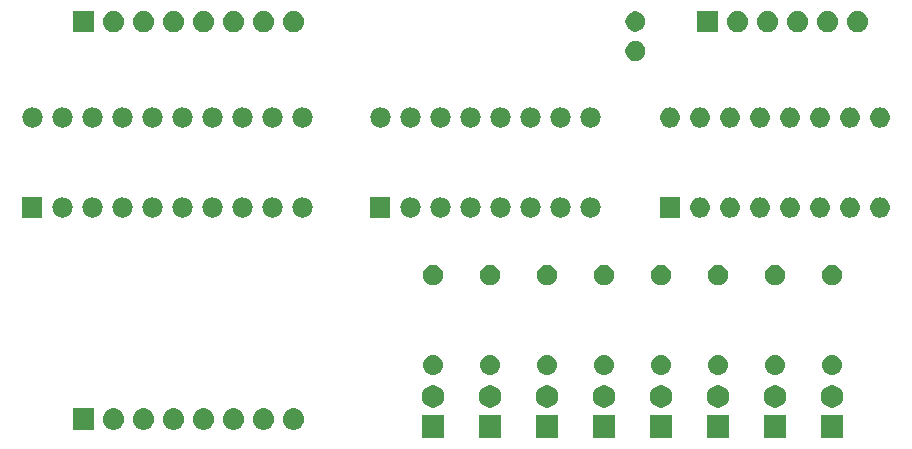
<source format=gbs>
G04 #@! TF.GenerationSoftware,KiCad,Pcbnew,5.0.2-bee76a0~70~ubuntu16.04.1*
G04 #@! TF.CreationDate,2020-01-13T19:01:32-06:00*
G04 #@! TF.ProjectId,GPRegisters,47505265-6769-4737-9465-72732e6b6963,rev?*
G04 #@! TF.SameCoordinates,Original*
G04 #@! TF.FileFunction,Soldermask,Bot*
G04 #@! TF.FilePolarity,Negative*
%FSLAX46Y46*%
G04 Gerber Fmt 4.6, Leading zero omitted, Abs format (unit mm)*
G04 Created by KiCad (PCBNEW 5.0.2-bee76a0~70~ubuntu16.04.1) date lun 13 ene 2020 19:01:32 CST*
%MOMM*%
%LPD*%
G01*
G04 APERTURE LIST*
%ADD10C,0.100000*%
G04 APERTURE END LIST*
D10*
G36*
X118807000Y-90486000D02*
X116905000Y-90486000D01*
X116905000Y-88584000D01*
X118807000Y-88584000D01*
X118807000Y-90486000D01*
X118807000Y-90486000D01*
G37*
G36*
X123633000Y-90486000D02*
X121731000Y-90486000D01*
X121731000Y-88584000D01*
X123633000Y-88584000D01*
X123633000Y-90486000D01*
X123633000Y-90486000D01*
G37*
G36*
X128459000Y-90486000D02*
X126557000Y-90486000D01*
X126557000Y-88584000D01*
X128459000Y-88584000D01*
X128459000Y-90486000D01*
X128459000Y-90486000D01*
G37*
G36*
X133285000Y-90486000D02*
X131383000Y-90486000D01*
X131383000Y-88584000D01*
X133285000Y-88584000D01*
X133285000Y-90486000D01*
X133285000Y-90486000D01*
G37*
G36*
X138111000Y-90486000D02*
X136209000Y-90486000D01*
X136209000Y-88584000D01*
X138111000Y-88584000D01*
X138111000Y-90486000D01*
X138111000Y-90486000D01*
G37*
G36*
X142937000Y-90486000D02*
X141035000Y-90486000D01*
X141035000Y-88584000D01*
X142937000Y-88584000D01*
X142937000Y-90486000D01*
X142937000Y-90486000D01*
G37*
G36*
X152589000Y-90486000D02*
X150687000Y-90486000D01*
X150687000Y-88584000D01*
X152589000Y-88584000D01*
X152589000Y-90486000D01*
X152589000Y-90486000D01*
G37*
G36*
X147763000Y-90486000D02*
X145861000Y-90486000D01*
X145861000Y-88584000D01*
X147763000Y-88584000D01*
X147763000Y-90486000D01*
X147763000Y-90486000D01*
G37*
G36*
X93455443Y-88005519D02*
X93521627Y-88012037D01*
X93634853Y-88046384D01*
X93691467Y-88063557D01*
X93830087Y-88137652D01*
X93847991Y-88147222D01*
X93883729Y-88176552D01*
X93985186Y-88259814D01*
X94068448Y-88361271D01*
X94097778Y-88397009D01*
X94097779Y-88397011D01*
X94181443Y-88553533D01*
X94181443Y-88553534D01*
X94232963Y-88723373D01*
X94250359Y-88900000D01*
X94232963Y-89076627D01*
X94198616Y-89189853D01*
X94181443Y-89246467D01*
X94107348Y-89385087D01*
X94097778Y-89402991D01*
X94068448Y-89438729D01*
X93985186Y-89540186D01*
X93883729Y-89623448D01*
X93847991Y-89652778D01*
X93847989Y-89652779D01*
X93691467Y-89736443D01*
X93634853Y-89753616D01*
X93521627Y-89787963D01*
X93455443Y-89794481D01*
X93389260Y-89801000D01*
X93300740Y-89801000D01*
X93234557Y-89794481D01*
X93168373Y-89787963D01*
X93055147Y-89753616D01*
X92998533Y-89736443D01*
X92842011Y-89652779D01*
X92842009Y-89652778D01*
X92806271Y-89623448D01*
X92704814Y-89540186D01*
X92621552Y-89438729D01*
X92592222Y-89402991D01*
X92582652Y-89385087D01*
X92508557Y-89246467D01*
X92491384Y-89189853D01*
X92457037Y-89076627D01*
X92439641Y-88900000D01*
X92457037Y-88723373D01*
X92508557Y-88553534D01*
X92508557Y-88553533D01*
X92592221Y-88397011D01*
X92592222Y-88397009D01*
X92621552Y-88361271D01*
X92704814Y-88259814D01*
X92806271Y-88176552D01*
X92842009Y-88147222D01*
X92859913Y-88137652D01*
X92998533Y-88063557D01*
X93055147Y-88046384D01*
X93168373Y-88012037D01*
X93234557Y-88005519D01*
X93300740Y-87999000D01*
X93389260Y-87999000D01*
X93455443Y-88005519D01*
X93455443Y-88005519D01*
G37*
G36*
X95995443Y-88005519D02*
X96061627Y-88012037D01*
X96174853Y-88046384D01*
X96231467Y-88063557D01*
X96370087Y-88137652D01*
X96387991Y-88147222D01*
X96423729Y-88176552D01*
X96525186Y-88259814D01*
X96608448Y-88361271D01*
X96637778Y-88397009D01*
X96637779Y-88397011D01*
X96721443Y-88553533D01*
X96721443Y-88553534D01*
X96772963Y-88723373D01*
X96790359Y-88900000D01*
X96772963Y-89076627D01*
X96738616Y-89189853D01*
X96721443Y-89246467D01*
X96647348Y-89385087D01*
X96637778Y-89402991D01*
X96608448Y-89438729D01*
X96525186Y-89540186D01*
X96423729Y-89623448D01*
X96387991Y-89652778D01*
X96387989Y-89652779D01*
X96231467Y-89736443D01*
X96174853Y-89753616D01*
X96061627Y-89787963D01*
X95995443Y-89794481D01*
X95929260Y-89801000D01*
X95840740Y-89801000D01*
X95774557Y-89794481D01*
X95708373Y-89787963D01*
X95595147Y-89753616D01*
X95538533Y-89736443D01*
X95382011Y-89652779D01*
X95382009Y-89652778D01*
X95346271Y-89623448D01*
X95244814Y-89540186D01*
X95161552Y-89438729D01*
X95132222Y-89402991D01*
X95122652Y-89385087D01*
X95048557Y-89246467D01*
X95031384Y-89189853D01*
X94997037Y-89076627D01*
X94979641Y-88900000D01*
X94997037Y-88723373D01*
X95048557Y-88553534D01*
X95048557Y-88553533D01*
X95132221Y-88397011D01*
X95132222Y-88397009D01*
X95161552Y-88361271D01*
X95244814Y-88259814D01*
X95346271Y-88176552D01*
X95382009Y-88147222D01*
X95399913Y-88137652D01*
X95538533Y-88063557D01*
X95595147Y-88046384D01*
X95708373Y-88012037D01*
X95774557Y-88005519D01*
X95840740Y-87999000D01*
X95929260Y-87999000D01*
X95995443Y-88005519D01*
X95995443Y-88005519D01*
G37*
G36*
X90915443Y-88005519D02*
X90981627Y-88012037D01*
X91094853Y-88046384D01*
X91151467Y-88063557D01*
X91290087Y-88137652D01*
X91307991Y-88147222D01*
X91343729Y-88176552D01*
X91445186Y-88259814D01*
X91528448Y-88361271D01*
X91557778Y-88397009D01*
X91557779Y-88397011D01*
X91641443Y-88553533D01*
X91641443Y-88553534D01*
X91692963Y-88723373D01*
X91710359Y-88900000D01*
X91692963Y-89076627D01*
X91658616Y-89189853D01*
X91641443Y-89246467D01*
X91567348Y-89385087D01*
X91557778Y-89402991D01*
X91528448Y-89438729D01*
X91445186Y-89540186D01*
X91343729Y-89623448D01*
X91307991Y-89652778D01*
X91307989Y-89652779D01*
X91151467Y-89736443D01*
X91094853Y-89753616D01*
X90981627Y-89787963D01*
X90915443Y-89794481D01*
X90849260Y-89801000D01*
X90760740Y-89801000D01*
X90694557Y-89794481D01*
X90628373Y-89787963D01*
X90515147Y-89753616D01*
X90458533Y-89736443D01*
X90302011Y-89652779D01*
X90302009Y-89652778D01*
X90266271Y-89623448D01*
X90164814Y-89540186D01*
X90081552Y-89438729D01*
X90052222Y-89402991D01*
X90042652Y-89385087D01*
X89968557Y-89246467D01*
X89951384Y-89189853D01*
X89917037Y-89076627D01*
X89899641Y-88900000D01*
X89917037Y-88723373D01*
X89968557Y-88553534D01*
X89968557Y-88553533D01*
X90052221Y-88397011D01*
X90052222Y-88397009D01*
X90081552Y-88361271D01*
X90164814Y-88259814D01*
X90266271Y-88176552D01*
X90302009Y-88147222D01*
X90319913Y-88137652D01*
X90458533Y-88063557D01*
X90515147Y-88046384D01*
X90628373Y-88012037D01*
X90694557Y-88005519D01*
X90760740Y-87999000D01*
X90849260Y-87999000D01*
X90915443Y-88005519D01*
X90915443Y-88005519D01*
G37*
G36*
X89166000Y-89801000D02*
X87364000Y-89801000D01*
X87364000Y-87999000D01*
X89166000Y-87999000D01*
X89166000Y-89801000D01*
X89166000Y-89801000D01*
G37*
G36*
X98535443Y-88005519D02*
X98601627Y-88012037D01*
X98714853Y-88046384D01*
X98771467Y-88063557D01*
X98910087Y-88137652D01*
X98927991Y-88147222D01*
X98963729Y-88176552D01*
X99065186Y-88259814D01*
X99148448Y-88361271D01*
X99177778Y-88397009D01*
X99177779Y-88397011D01*
X99261443Y-88553533D01*
X99261443Y-88553534D01*
X99312963Y-88723373D01*
X99330359Y-88900000D01*
X99312963Y-89076627D01*
X99278616Y-89189853D01*
X99261443Y-89246467D01*
X99187348Y-89385087D01*
X99177778Y-89402991D01*
X99148448Y-89438729D01*
X99065186Y-89540186D01*
X98963729Y-89623448D01*
X98927991Y-89652778D01*
X98927989Y-89652779D01*
X98771467Y-89736443D01*
X98714853Y-89753616D01*
X98601627Y-89787963D01*
X98535443Y-89794481D01*
X98469260Y-89801000D01*
X98380740Y-89801000D01*
X98314557Y-89794481D01*
X98248373Y-89787963D01*
X98135147Y-89753616D01*
X98078533Y-89736443D01*
X97922011Y-89652779D01*
X97922009Y-89652778D01*
X97886271Y-89623448D01*
X97784814Y-89540186D01*
X97701552Y-89438729D01*
X97672222Y-89402991D01*
X97662652Y-89385087D01*
X97588557Y-89246467D01*
X97571384Y-89189853D01*
X97537037Y-89076627D01*
X97519641Y-88900000D01*
X97537037Y-88723373D01*
X97588557Y-88553534D01*
X97588557Y-88553533D01*
X97672221Y-88397011D01*
X97672222Y-88397009D01*
X97701552Y-88361271D01*
X97784814Y-88259814D01*
X97886271Y-88176552D01*
X97922009Y-88147222D01*
X97939913Y-88137652D01*
X98078533Y-88063557D01*
X98135147Y-88046384D01*
X98248373Y-88012037D01*
X98314557Y-88005519D01*
X98380740Y-87999000D01*
X98469260Y-87999000D01*
X98535443Y-88005519D01*
X98535443Y-88005519D01*
G37*
G36*
X101075443Y-88005519D02*
X101141627Y-88012037D01*
X101254853Y-88046384D01*
X101311467Y-88063557D01*
X101450087Y-88137652D01*
X101467991Y-88147222D01*
X101503729Y-88176552D01*
X101605186Y-88259814D01*
X101688448Y-88361271D01*
X101717778Y-88397009D01*
X101717779Y-88397011D01*
X101801443Y-88553533D01*
X101801443Y-88553534D01*
X101852963Y-88723373D01*
X101870359Y-88900000D01*
X101852963Y-89076627D01*
X101818616Y-89189853D01*
X101801443Y-89246467D01*
X101727348Y-89385087D01*
X101717778Y-89402991D01*
X101688448Y-89438729D01*
X101605186Y-89540186D01*
X101503729Y-89623448D01*
X101467991Y-89652778D01*
X101467989Y-89652779D01*
X101311467Y-89736443D01*
X101254853Y-89753616D01*
X101141627Y-89787963D01*
X101075443Y-89794481D01*
X101009260Y-89801000D01*
X100920740Y-89801000D01*
X100854557Y-89794481D01*
X100788373Y-89787963D01*
X100675147Y-89753616D01*
X100618533Y-89736443D01*
X100462011Y-89652779D01*
X100462009Y-89652778D01*
X100426271Y-89623448D01*
X100324814Y-89540186D01*
X100241552Y-89438729D01*
X100212222Y-89402991D01*
X100202652Y-89385087D01*
X100128557Y-89246467D01*
X100111384Y-89189853D01*
X100077037Y-89076627D01*
X100059641Y-88900000D01*
X100077037Y-88723373D01*
X100128557Y-88553534D01*
X100128557Y-88553533D01*
X100212221Y-88397011D01*
X100212222Y-88397009D01*
X100241552Y-88361271D01*
X100324814Y-88259814D01*
X100426271Y-88176552D01*
X100462009Y-88147222D01*
X100479913Y-88137652D01*
X100618533Y-88063557D01*
X100675147Y-88046384D01*
X100788373Y-88012037D01*
X100854557Y-88005519D01*
X100920740Y-87999000D01*
X101009260Y-87999000D01*
X101075443Y-88005519D01*
X101075443Y-88005519D01*
G37*
G36*
X103615443Y-88005519D02*
X103681627Y-88012037D01*
X103794853Y-88046384D01*
X103851467Y-88063557D01*
X103990087Y-88137652D01*
X104007991Y-88147222D01*
X104043729Y-88176552D01*
X104145186Y-88259814D01*
X104228448Y-88361271D01*
X104257778Y-88397009D01*
X104257779Y-88397011D01*
X104341443Y-88553533D01*
X104341443Y-88553534D01*
X104392963Y-88723373D01*
X104410359Y-88900000D01*
X104392963Y-89076627D01*
X104358616Y-89189853D01*
X104341443Y-89246467D01*
X104267348Y-89385087D01*
X104257778Y-89402991D01*
X104228448Y-89438729D01*
X104145186Y-89540186D01*
X104043729Y-89623448D01*
X104007991Y-89652778D01*
X104007989Y-89652779D01*
X103851467Y-89736443D01*
X103794853Y-89753616D01*
X103681627Y-89787963D01*
X103615443Y-89794481D01*
X103549260Y-89801000D01*
X103460740Y-89801000D01*
X103394557Y-89794481D01*
X103328373Y-89787963D01*
X103215147Y-89753616D01*
X103158533Y-89736443D01*
X103002011Y-89652779D01*
X103002009Y-89652778D01*
X102966271Y-89623448D01*
X102864814Y-89540186D01*
X102781552Y-89438729D01*
X102752222Y-89402991D01*
X102742652Y-89385087D01*
X102668557Y-89246467D01*
X102651384Y-89189853D01*
X102617037Y-89076627D01*
X102599641Y-88900000D01*
X102617037Y-88723373D01*
X102668557Y-88553534D01*
X102668557Y-88553533D01*
X102752221Y-88397011D01*
X102752222Y-88397009D01*
X102781552Y-88361271D01*
X102864814Y-88259814D01*
X102966271Y-88176552D01*
X103002009Y-88147222D01*
X103019913Y-88137652D01*
X103158533Y-88063557D01*
X103215147Y-88046384D01*
X103328373Y-88012037D01*
X103394557Y-88005519D01*
X103460740Y-87999000D01*
X103549260Y-87999000D01*
X103615443Y-88005519D01*
X103615443Y-88005519D01*
G37*
G36*
X106155443Y-88005519D02*
X106221627Y-88012037D01*
X106334853Y-88046384D01*
X106391467Y-88063557D01*
X106530087Y-88137652D01*
X106547991Y-88147222D01*
X106583729Y-88176552D01*
X106685186Y-88259814D01*
X106768448Y-88361271D01*
X106797778Y-88397009D01*
X106797779Y-88397011D01*
X106881443Y-88553533D01*
X106881443Y-88553534D01*
X106932963Y-88723373D01*
X106950359Y-88900000D01*
X106932963Y-89076627D01*
X106898616Y-89189853D01*
X106881443Y-89246467D01*
X106807348Y-89385087D01*
X106797778Y-89402991D01*
X106768448Y-89438729D01*
X106685186Y-89540186D01*
X106583729Y-89623448D01*
X106547991Y-89652778D01*
X106547989Y-89652779D01*
X106391467Y-89736443D01*
X106334853Y-89753616D01*
X106221627Y-89787963D01*
X106155443Y-89794481D01*
X106089260Y-89801000D01*
X106000740Y-89801000D01*
X105934557Y-89794481D01*
X105868373Y-89787963D01*
X105755147Y-89753616D01*
X105698533Y-89736443D01*
X105542011Y-89652779D01*
X105542009Y-89652778D01*
X105506271Y-89623448D01*
X105404814Y-89540186D01*
X105321552Y-89438729D01*
X105292222Y-89402991D01*
X105282652Y-89385087D01*
X105208557Y-89246467D01*
X105191384Y-89189853D01*
X105157037Y-89076627D01*
X105139641Y-88900000D01*
X105157037Y-88723373D01*
X105208557Y-88553534D01*
X105208557Y-88553533D01*
X105292221Y-88397011D01*
X105292222Y-88397009D01*
X105321552Y-88361271D01*
X105404814Y-88259814D01*
X105506271Y-88176552D01*
X105542009Y-88147222D01*
X105559913Y-88137652D01*
X105698533Y-88063557D01*
X105755147Y-88046384D01*
X105868373Y-88012037D01*
X105934557Y-88005519D01*
X106000740Y-87999000D01*
X106089260Y-87999000D01*
X106155443Y-88005519D01*
X106155443Y-88005519D01*
G37*
G36*
X122959396Y-86080546D02*
X123132466Y-86152234D01*
X123288230Y-86256312D01*
X123420688Y-86388770D01*
X123524766Y-86544534D01*
X123596454Y-86717604D01*
X123633000Y-86901333D01*
X123633000Y-87088667D01*
X123596454Y-87272396D01*
X123524766Y-87445466D01*
X123420688Y-87601230D01*
X123288230Y-87733688D01*
X123132466Y-87837766D01*
X122959396Y-87909454D01*
X122775667Y-87946000D01*
X122588333Y-87946000D01*
X122404604Y-87909454D01*
X122231534Y-87837766D01*
X122075770Y-87733688D01*
X121943312Y-87601230D01*
X121839234Y-87445466D01*
X121767546Y-87272396D01*
X121731000Y-87088667D01*
X121731000Y-86901333D01*
X121767546Y-86717604D01*
X121839234Y-86544534D01*
X121943312Y-86388770D01*
X122075770Y-86256312D01*
X122231534Y-86152234D01*
X122404604Y-86080546D01*
X122588333Y-86044000D01*
X122775667Y-86044000D01*
X122959396Y-86080546D01*
X122959396Y-86080546D01*
G37*
G36*
X142263396Y-86080546D02*
X142436466Y-86152234D01*
X142592230Y-86256312D01*
X142724688Y-86388770D01*
X142828766Y-86544534D01*
X142900454Y-86717604D01*
X142937000Y-86901333D01*
X142937000Y-87088667D01*
X142900454Y-87272396D01*
X142828766Y-87445466D01*
X142724688Y-87601230D01*
X142592230Y-87733688D01*
X142436466Y-87837766D01*
X142263396Y-87909454D01*
X142079667Y-87946000D01*
X141892333Y-87946000D01*
X141708604Y-87909454D01*
X141535534Y-87837766D01*
X141379770Y-87733688D01*
X141247312Y-87601230D01*
X141143234Y-87445466D01*
X141071546Y-87272396D01*
X141035000Y-87088667D01*
X141035000Y-86901333D01*
X141071546Y-86717604D01*
X141143234Y-86544534D01*
X141247312Y-86388770D01*
X141379770Y-86256312D01*
X141535534Y-86152234D01*
X141708604Y-86080546D01*
X141892333Y-86044000D01*
X142079667Y-86044000D01*
X142263396Y-86080546D01*
X142263396Y-86080546D01*
G37*
G36*
X127785396Y-86080546D02*
X127958466Y-86152234D01*
X128114230Y-86256312D01*
X128246688Y-86388770D01*
X128350766Y-86544534D01*
X128422454Y-86717604D01*
X128459000Y-86901333D01*
X128459000Y-87088667D01*
X128422454Y-87272396D01*
X128350766Y-87445466D01*
X128246688Y-87601230D01*
X128114230Y-87733688D01*
X127958466Y-87837766D01*
X127785396Y-87909454D01*
X127601667Y-87946000D01*
X127414333Y-87946000D01*
X127230604Y-87909454D01*
X127057534Y-87837766D01*
X126901770Y-87733688D01*
X126769312Y-87601230D01*
X126665234Y-87445466D01*
X126593546Y-87272396D01*
X126557000Y-87088667D01*
X126557000Y-86901333D01*
X126593546Y-86717604D01*
X126665234Y-86544534D01*
X126769312Y-86388770D01*
X126901770Y-86256312D01*
X127057534Y-86152234D01*
X127230604Y-86080546D01*
X127414333Y-86044000D01*
X127601667Y-86044000D01*
X127785396Y-86080546D01*
X127785396Y-86080546D01*
G37*
G36*
X132611396Y-86080546D02*
X132784466Y-86152234D01*
X132940230Y-86256312D01*
X133072688Y-86388770D01*
X133176766Y-86544534D01*
X133248454Y-86717604D01*
X133285000Y-86901333D01*
X133285000Y-87088667D01*
X133248454Y-87272396D01*
X133176766Y-87445466D01*
X133072688Y-87601230D01*
X132940230Y-87733688D01*
X132784466Y-87837766D01*
X132611396Y-87909454D01*
X132427667Y-87946000D01*
X132240333Y-87946000D01*
X132056604Y-87909454D01*
X131883534Y-87837766D01*
X131727770Y-87733688D01*
X131595312Y-87601230D01*
X131491234Y-87445466D01*
X131419546Y-87272396D01*
X131383000Y-87088667D01*
X131383000Y-86901333D01*
X131419546Y-86717604D01*
X131491234Y-86544534D01*
X131595312Y-86388770D01*
X131727770Y-86256312D01*
X131883534Y-86152234D01*
X132056604Y-86080546D01*
X132240333Y-86044000D01*
X132427667Y-86044000D01*
X132611396Y-86080546D01*
X132611396Y-86080546D01*
G37*
G36*
X118133396Y-86080546D02*
X118306466Y-86152234D01*
X118462230Y-86256312D01*
X118594688Y-86388770D01*
X118698766Y-86544534D01*
X118770454Y-86717604D01*
X118807000Y-86901333D01*
X118807000Y-87088667D01*
X118770454Y-87272396D01*
X118698766Y-87445466D01*
X118594688Y-87601230D01*
X118462230Y-87733688D01*
X118306466Y-87837766D01*
X118133396Y-87909454D01*
X117949667Y-87946000D01*
X117762333Y-87946000D01*
X117578604Y-87909454D01*
X117405534Y-87837766D01*
X117249770Y-87733688D01*
X117117312Y-87601230D01*
X117013234Y-87445466D01*
X116941546Y-87272396D01*
X116905000Y-87088667D01*
X116905000Y-86901333D01*
X116941546Y-86717604D01*
X117013234Y-86544534D01*
X117117312Y-86388770D01*
X117249770Y-86256312D01*
X117405534Y-86152234D01*
X117578604Y-86080546D01*
X117762333Y-86044000D01*
X117949667Y-86044000D01*
X118133396Y-86080546D01*
X118133396Y-86080546D01*
G37*
G36*
X137437396Y-86080546D02*
X137610466Y-86152234D01*
X137766230Y-86256312D01*
X137898688Y-86388770D01*
X138002766Y-86544534D01*
X138074454Y-86717604D01*
X138111000Y-86901333D01*
X138111000Y-87088667D01*
X138074454Y-87272396D01*
X138002766Y-87445466D01*
X137898688Y-87601230D01*
X137766230Y-87733688D01*
X137610466Y-87837766D01*
X137437396Y-87909454D01*
X137253667Y-87946000D01*
X137066333Y-87946000D01*
X136882604Y-87909454D01*
X136709534Y-87837766D01*
X136553770Y-87733688D01*
X136421312Y-87601230D01*
X136317234Y-87445466D01*
X136245546Y-87272396D01*
X136209000Y-87088667D01*
X136209000Y-86901333D01*
X136245546Y-86717604D01*
X136317234Y-86544534D01*
X136421312Y-86388770D01*
X136553770Y-86256312D01*
X136709534Y-86152234D01*
X136882604Y-86080546D01*
X137066333Y-86044000D01*
X137253667Y-86044000D01*
X137437396Y-86080546D01*
X137437396Y-86080546D01*
G37*
G36*
X147089396Y-86080546D02*
X147262466Y-86152234D01*
X147418230Y-86256312D01*
X147550688Y-86388770D01*
X147654766Y-86544534D01*
X147726454Y-86717604D01*
X147763000Y-86901333D01*
X147763000Y-87088667D01*
X147726454Y-87272396D01*
X147654766Y-87445466D01*
X147550688Y-87601230D01*
X147418230Y-87733688D01*
X147262466Y-87837766D01*
X147089396Y-87909454D01*
X146905667Y-87946000D01*
X146718333Y-87946000D01*
X146534604Y-87909454D01*
X146361534Y-87837766D01*
X146205770Y-87733688D01*
X146073312Y-87601230D01*
X145969234Y-87445466D01*
X145897546Y-87272396D01*
X145861000Y-87088667D01*
X145861000Y-86901333D01*
X145897546Y-86717604D01*
X145969234Y-86544534D01*
X146073312Y-86388770D01*
X146205770Y-86256312D01*
X146361534Y-86152234D01*
X146534604Y-86080546D01*
X146718333Y-86044000D01*
X146905667Y-86044000D01*
X147089396Y-86080546D01*
X147089396Y-86080546D01*
G37*
G36*
X151915396Y-86080546D02*
X152088466Y-86152234D01*
X152244230Y-86256312D01*
X152376688Y-86388770D01*
X152480766Y-86544534D01*
X152552454Y-86717604D01*
X152589000Y-86901333D01*
X152589000Y-87088667D01*
X152552454Y-87272396D01*
X152480766Y-87445466D01*
X152376688Y-87601230D01*
X152244230Y-87733688D01*
X152088466Y-87837766D01*
X151915396Y-87909454D01*
X151731667Y-87946000D01*
X151544333Y-87946000D01*
X151360604Y-87909454D01*
X151187534Y-87837766D01*
X151031770Y-87733688D01*
X150899312Y-87601230D01*
X150795234Y-87445466D01*
X150723546Y-87272396D01*
X150687000Y-87088667D01*
X150687000Y-86901333D01*
X150723546Y-86717604D01*
X150795234Y-86544534D01*
X150899312Y-86388770D01*
X151031770Y-86256312D01*
X151187534Y-86152234D01*
X151360604Y-86080546D01*
X151544333Y-86044000D01*
X151731667Y-86044000D01*
X151915396Y-86080546D01*
X151915396Y-86080546D01*
G37*
G36*
X146978821Y-83489313D02*
X146978824Y-83489314D01*
X146978825Y-83489314D01*
X147139239Y-83537975D01*
X147139241Y-83537976D01*
X147139244Y-83537977D01*
X147287078Y-83616995D01*
X147416659Y-83723341D01*
X147523005Y-83852922D01*
X147602023Y-84000756D01*
X147650687Y-84161179D01*
X147667117Y-84328000D01*
X147650687Y-84494821D01*
X147602023Y-84655244D01*
X147523005Y-84803078D01*
X147416659Y-84932659D01*
X147287078Y-85039005D01*
X147139244Y-85118023D01*
X147139241Y-85118024D01*
X147139239Y-85118025D01*
X146978825Y-85166686D01*
X146978824Y-85166686D01*
X146978821Y-85166687D01*
X146853804Y-85179000D01*
X146770196Y-85179000D01*
X146645179Y-85166687D01*
X146645176Y-85166686D01*
X146645175Y-85166686D01*
X146484761Y-85118025D01*
X146484759Y-85118024D01*
X146484756Y-85118023D01*
X146336922Y-85039005D01*
X146207341Y-84932659D01*
X146100995Y-84803078D01*
X146021977Y-84655244D01*
X145973313Y-84494821D01*
X145956883Y-84328000D01*
X145973313Y-84161179D01*
X146021977Y-84000756D01*
X146100995Y-83852922D01*
X146207341Y-83723341D01*
X146336922Y-83616995D01*
X146484756Y-83537977D01*
X146484759Y-83537976D01*
X146484761Y-83537975D01*
X146645175Y-83489314D01*
X146645176Y-83489314D01*
X146645179Y-83489313D01*
X146770196Y-83477000D01*
X146853804Y-83477000D01*
X146978821Y-83489313D01*
X146978821Y-83489313D01*
G37*
G36*
X122848821Y-83489313D02*
X122848824Y-83489314D01*
X122848825Y-83489314D01*
X123009239Y-83537975D01*
X123009241Y-83537976D01*
X123009244Y-83537977D01*
X123157078Y-83616995D01*
X123286659Y-83723341D01*
X123393005Y-83852922D01*
X123472023Y-84000756D01*
X123520687Y-84161179D01*
X123537117Y-84328000D01*
X123520687Y-84494821D01*
X123472023Y-84655244D01*
X123393005Y-84803078D01*
X123286659Y-84932659D01*
X123157078Y-85039005D01*
X123009244Y-85118023D01*
X123009241Y-85118024D01*
X123009239Y-85118025D01*
X122848825Y-85166686D01*
X122848824Y-85166686D01*
X122848821Y-85166687D01*
X122723804Y-85179000D01*
X122640196Y-85179000D01*
X122515179Y-85166687D01*
X122515176Y-85166686D01*
X122515175Y-85166686D01*
X122354761Y-85118025D01*
X122354759Y-85118024D01*
X122354756Y-85118023D01*
X122206922Y-85039005D01*
X122077341Y-84932659D01*
X121970995Y-84803078D01*
X121891977Y-84655244D01*
X121843313Y-84494821D01*
X121826883Y-84328000D01*
X121843313Y-84161179D01*
X121891977Y-84000756D01*
X121970995Y-83852922D01*
X122077341Y-83723341D01*
X122206922Y-83616995D01*
X122354756Y-83537977D01*
X122354759Y-83537976D01*
X122354761Y-83537975D01*
X122515175Y-83489314D01*
X122515176Y-83489314D01*
X122515179Y-83489313D01*
X122640196Y-83477000D01*
X122723804Y-83477000D01*
X122848821Y-83489313D01*
X122848821Y-83489313D01*
G37*
G36*
X127674821Y-83489313D02*
X127674824Y-83489314D01*
X127674825Y-83489314D01*
X127835239Y-83537975D01*
X127835241Y-83537976D01*
X127835244Y-83537977D01*
X127983078Y-83616995D01*
X128112659Y-83723341D01*
X128219005Y-83852922D01*
X128298023Y-84000756D01*
X128346687Y-84161179D01*
X128363117Y-84328000D01*
X128346687Y-84494821D01*
X128298023Y-84655244D01*
X128219005Y-84803078D01*
X128112659Y-84932659D01*
X127983078Y-85039005D01*
X127835244Y-85118023D01*
X127835241Y-85118024D01*
X127835239Y-85118025D01*
X127674825Y-85166686D01*
X127674824Y-85166686D01*
X127674821Y-85166687D01*
X127549804Y-85179000D01*
X127466196Y-85179000D01*
X127341179Y-85166687D01*
X127341176Y-85166686D01*
X127341175Y-85166686D01*
X127180761Y-85118025D01*
X127180759Y-85118024D01*
X127180756Y-85118023D01*
X127032922Y-85039005D01*
X126903341Y-84932659D01*
X126796995Y-84803078D01*
X126717977Y-84655244D01*
X126669313Y-84494821D01*
X126652883Y-84328000D01*
X126669313Y-84161179D01*
X126717977Y-84000756D01*
X126796995Y-83852922D01*
X126903341Y-83723341D01*
X127032922Y-83616995D01*
X127180756Y-83537977D01*
X127180759Y-83537976D01*
X127180761Y-83537975D01*
X127341175Y-83489314D01*
X127341176Y-83489314D01*
X127341179Y-83489313D01*
X127466196Y-83477000D01*
X127549804Y-83477000D01*
X127674821Y-83489313D01*
X127674821Y-83489313D01*
G37*
G36*
X132500821Y-83489313D02*
X132500824Y-83489314D01*
X132500825Y-83489314D01*
X132661239Y-83537975D01*
X132661241Y-83537976D01*
X132661244Y-83537977D01*
X132809078Y-83616995D01*
X132938659Y-83723341D01*
X133045005Y-83852922D01*
X133124023Y-84000756D01*
X133172687Y-84161179D01*
X133189117Y-84328000D01*
X133172687Y-84494821D01*
X133124023Y-84655244D01*
X133045005Y-84803078D01*
X132938659Y-84932659D01*
X132809078Y-85039005D01*
X132661244Y-85118023D01*
X132661241Y-85118024D01*
X132661239Y-85118025D01*
X132500825Y-85166686D01*
X132500824Y-85166686D01*
X132500821Y-85166687D01*
X132375804Y-85179000D01*
X132292196Y-85179000D01*
X132167179Y-85166687D01*
X132167176Y-85166686D01*
X132167175Y-85166686D01*
X132006761Y-85118025D01*
X132006759Y-85118024D01*
X132006756Y-85118023D01*
X131858922Y-85039005D01*
X131729341Y-84932659D01*
X131622995Y-84803078D01*
X131543977Y-84655244D01*
X131495313Y-84494821D01*
X131478883Y-84328000D01*
X131495313Y-84161179D01*
X131543977Y-84000756D01*
X131622995Y-83852922D01*
X131729341Y-83723341D01*
X131858922Y-83616995D01*
X132006756Y-83537977D01*
X132006759Y-83537976D01*
X132006761Y-83537975D01*
X132167175Y-83489314D01*
X132167176Y-83489314D01*
X132167179Y-83489313D01*
X132292196Y-83477000D01*
X132375804Y-83477000D01*
X132500821Y-83489313D01*
X132500821Y-83489313D01*
G37*
G36*
X142152821Y-83489313D02*
X142152824Y-83489314D01*
X142152825Y-83489314D01*
X142313239Y-83537975D01*
X142313241Y-83537976D01*
X142313244Y-83537977D01*
X142461078Y-83616995D01*
X142590659Y-83723341D01*
X142697005Y-83852922D01*
X142776023Y-84000756D01*
X142824687Y-84161179D01*
X142841117Y-84328000D01*
X142824687Y-84494821D01*
X142776023Y-84655244D01*
X142697005Y-84803078D01*
X142590659Y-84932659D01*
X142461078Y-85039005D01*
X142313244Y-85118023D01*
X142313241Y-85118024D01*
X142313239Y-85118025D01*
X142152825Y-85166686D01*
X142152824Y-85166686D01*
X142152821Y-85166687D01*
X142027804Y-85179000D01*
X141944196Y-85179000D01*
X141819179Y-85166687D01*
X141819176Y-85166686D01*
X141819175Y-85166686D01*
X141658761Y-85118025D01*
X141658759Y-85118024D01*
X141658756Y-85118023D01*
X141510922Y-85039005D01*
X141381341Y-84932659D01*
X141274995Y-84803078D01*
X141195977Y-84655244D01*
X141147313Y-84494821D01*
X141130883Y-84328000D01*
X141147313Y-84161179D01*
X141195977Y-84000756D01*
X141274995Y-83852922D01*
X141381341Y-83723341D01*
X141510922Y-83616995D01*
X141658756Y-83537977D01*
X141658759Y-83537976D01*
X141658761Y-83537975D01*
X141819175Y-83489314D01*
X141819176Y-83489314D01*
X141819179Y-83489313D01*
X141944196Y-83477000D01*
X142027804Y-83477000D01*
X142152821Y-83489313D01*
X142152821Y-83489313D01*
G37*
G36*
X137326821Y-83489313D02*
X137326824Y-83489314D01*
X137326825Y-83489314D01*
X137487239Y-83537975D01*
X137487241Y-83537976D01*
X137487244Y-83537977D01*
X137635078Y-83616995D01*
X137764659Y-83723341D01*
X137871005Y-83852922D01*
X137950023Y-84000756D01*
X137998687Y-84161179D01*
X138015117Y-84328000D01*
X137998687Y-84494821D01*
X137950023Y-84655244D01*
X137871005Y-84803078D01*
X137764659Y-84932659D01*
X137635078Y-85039005D01*
X137487244Y-85118023D01*
X137487241Y-85118024D01*
X137487239Y-85118025D01*
X137326825Y-85166686D01*
X137326824Y-85166686D01*
X137326821Y-85166687D01*
X137201804Y-85179000D01*
X137118196Y-85179000D01*
X136993179Y-85166687D01*
X136993176Y-85166686D01*
X136993175Y-85166686D01*
X136832761Y-85118025D01*
X136832759Y-85118024D01*
X136832756Y-85118023D01*
X136684922Y-85039005D01*
X136555341Y-84932659D01*
X136448995Y-84803078D01*
X136369977Y-84655244D01*
X136321313Y-84494821D01*
X136304883Y-84328000D01*
X136321313Y-84161179D01*
X136369977Y-84000756D01*
X136448995Y-83852922D01*
X136555341Y-83723341D01*
X136684922Y-83616995D01*
X136832756Y-83537977D01*
X136832759Y-83537976D01*
X136832761Y-83537975D01*
X136993175Y-83489314D01*
X136993176Y-83489314D01*
X136993179Y-83489313D01*
X137118196Y-83477000D01*
X137201804Y-83477000D01*
X137326821Y-83489313D01*
X137326821Y-83489313D01*
G37*
G36*
X151804821Y-83489313D02*
X151804824Y-83489314D01*
X151804825Y-83489314D01*
X151965239Y-83537975D01*
X151965241Y-83537976D01*
X151965244Y-83537977D01*
X152113078Y-83616995D01*
X152242659Y-83723341D01*
X152349005Y-83852922D01*
X152428023Y-84000756D01*
X152476687Y-84161179D01*
X152493117Y-84328000D01*
X152476687Y-84494821D01*
X152428023Y-84655244D01*
X152349005Y-84803078D01*
X152242659Y-84932659D01*
X152113078Y-85039005D01*
X151965244Y-85118023D01*
X151965241Y-85118024D01*
X151965239Y-85118025D01*
X151804825Y-85166686D01*
X151804824Y-85166686D01*
X151804821Y-85166687D01*
X151679804Y-85179000D01*
X151596196Y-85179000D01*
X151471179Y-85166687D01*
X151471176Y-85166686D01*
X151471175Y-85166686D01*
X151310761Y-85118025D01*
X151310759Y-85118024D01*
X151310756Y-85118023D01*
X151162922Y-85039005D01*
X151033341Y-84932659D01*
X150926995Y-84803078D01*
X150847977Y-84655244D01*
X150799313Y-84494821D01*
X150782883Y-84328000D01*
X150799313Y-84161179D01*
X150847977Y-84000756D01*
X150926995Y-83852922D01*
X151033341Y-83723341D01*
X151162922Y-83616995D01*
X151310756Y-83537977D01*
X151310759Y-83537976D01*
X151310761Y-83537975D01*
X151471175Y-83489314D01*
X151471176Y-83489314D01*
X151471179Y-83489313D01*
X151596196Y-83477000D01*
X151679804Y-83477000D01*
X151804821Y-83489313D01*
X151804821Y-83489313D01*
G37*
G36*
X118022821Y-83489313D02*
X118022824Y-83489314D01*
X118022825Y-83489314D01*
X118183239Y-83537975D01*
X118183241Y-83537976D01*
X118183244Y-83537977D01*
X118331078Y-83616995D01*
X118460659Y-83723341D01*
X118567005Y-83852922D01*
X118646023Y-84000756D01*
X118694687Y-84161179D01*
X118711117Y-84328000D01*
X118694687Y-84494821D01*
X118646023Y-84655244D01*
X118567005Y-84803078D01*
X118460659Y-84932659D01*
X118331078Y-85039005D01*
X118183244Y-85118023D01*
X118183241Y-85118024D01*
X118183239Y-85118025D01*
X118022825Y-85166686D01*
X118022824Y-85166686D01*
X118022821Y-85166687D01*
X117897804Y-85179000D01*
X117814196Y-85179000D01*
X117689179Y-85166687D01*
X117689176Y-85166686D01*
X117689175Y-85166686D01*
X117528761Y-85118025D01*
X117528759Y-85118024D01*
X117528756Y-85118023D01*
X117380922Y-85039005D01*
X117251341Y-84932659D01*
X117144995Y-84803078D01*
X117065977Y-84655244D01*
X117017313Y-84494821D01*
X117000883Y-84328000D01*
X117017313Y-84161179D01*
X117065977Y-84000756D01*
X117144995Y-83852922D01*
X117251341Y-83723341D01*
X117380922Y-83616995D01*
X117528756Y-83537977D01*
X117528759Y-83537976D01*
X117528761Y-83537975D01*
X117689175Y-83489314D01*
X117689176Y-83489314D01*
X117689179Y-83489313D01*
X117814196Y-83477000D01*
X117897804Y-83477000D01*
X118022821Y-83489313D01*
X118022821Y-83489313D01*
G37*
G36*
X147060228Y-75889703D02*
X147215100Y-75953853D01*
X147354481Y-76046985D01*
X147473015Y-76165519D01*
X147566147Y-76304900D01*
X147630297Y-76459772D01*
X147663000Y-76624184D01*
X147663000Y-76791816D01*
X147630297Y-76956228D01*
X147566147Y-77111100D01*
X147473015Y-77250481D01*
X147354481Y-77369015D01*
X147215100Y-77462147D01*
X147060228Y-77526297D01*
X146895816Y-77559000D01*
X146728184Y-77559000D01*
X146563772Y-77526297D01*
X146408900Y-77462147D01*
X146269519Y-77369015D01*
X146150985Y-77250481D01*
X146057853Y-77111100D01*
X145993703Y-76956228D01*
X145961000Y-76791816D01*
X145961000Y-76624184D01*
X145993703Y-76459772D01*
X146057853Y-76304900D01*
X146150985Y-76165519D01*
X146269519Y-76046985D01*
X146408900Y-75953853D01*
X146563772Y-75889703D01*
X146728184Y-75857000D01*
X146895816Y-75857000D01*
X147060228Y-75889703D01*
X147060228Y-75889703D01*
G37*
G36*
X118104228Y-75889703D02*
X118259100Y-75953853D01*
X118398481Y-76046985D01*
X118517015Y-76165519D01*
X118610147Y-76304900D01*
X118674297Y-76459772D01*
X118707000Y-76624184D01*
X118707000Y-76791816D01*
X118674297Y-76956228D01*
X118610147Y-77111100D01*
X118517015Y-77250481D01*
X118398481Y-77369015D01*
X118259100Y-77462147D01*
X118104228Y-77526297D01*
X117939816Y-77559000D01*
X117772184Y-77559000D01*
X117607772Y-77526297D01*
X117452900Y-77462147D01*
X117313519Y-77369015D01*
X117194985Y-77250481D01*
X117101853Y-77111100D01*
X117037703Y-76956228D01*
X117005000Y-76791816D01*
X117005000Y-76624184D01*
X117037703Y-76459772D01*
X117101853Y-76304900D01*
X117194985Y-76165519D01*
X117313519Y-76046985D01*
X117452900Y-75953853D01*
X117607772Y-75889703D01*
X117772184Y-75857000D01*
X117939816Y-75857000D01*
X118104228Y-75889703D01*
X118104228Y-75889703D01*
G37*
G36*
X137408228Y-75889703D02*
X137563100Y-75953853D01*
X137702481Y-76046985D01*
X137821015Y-76165519D01*
X137914147Y-76304900D01*
X137978297Y-76459772D01*
X138011000Y-76624184D01*
X138011000Y-76791816D01*
X137978297Y-76956228D01*
X137914147Y-77111100D01*
X137821015Y-77250481D01*
X137702481Y-77369015D01*
X137563100Y-77462147D01*
X137408228Y-77526297D01*
X137243816Y-77559000D01*
X137076184Y-77559000D01*
X136911772Y-77526297D01*
X136756900Y-77462147D01*
X136617519Y-77369015D01*
X136498985Y-77250481D01*
X136405853Y-77111100D01*
X136341703Y-76956228D01*
X136309000Y-76791816D01*
X136309000Y-76624184D01*
X136341703Y-76459772D01*
X136405853Y-76304900D01*
X136498985Y-76165519D01*
X136617519Y-76046985D01*
X136756900Y-75953853D01*
X136911772Y-75889703D01*
X137076184Y-75857000D01*
X137243816Y-75857000D01*
X137408228Y-75889703D01*
X137408228Y-75889703D01*
G37*
G36*
X132582228Y-75889703D02*
X132737100Y-75953853D01*
X132876481Y-76046985D01*
X132995015Y-76165519D01*
X133088147Y-76304900D01*
X133152297Y-76459772D01*
X133185000Y-76624184D01*
X133185000Y-76791816D01*
X133152297Y-76956228D01*
X133088147Y-77111100D01*
X132995015Y-77250481D01*
X132876481Y-77369015D01*
X132737100Y-77462147D01*
X132582228Y-77526297D01*
X132417816Y-77559000D01*
X132250184Y-77559000D01*
X132085772Y-77526297D01*
X131930900Y-77462147D01*
X131791519Y-77369015D01*
X131672985Y-77250481D01*
X131579853Y-77111100D01*
X131515703Y-76956228D01*
X131483000Y-76791816D01*
X131483000Y-76624184D01*
X131515703Y-76459772D01*
X131579853Y-76304900D01*
X131672985Y-76165519D01*
X131791519Y-76046985D01*
X131930900Y-75953853D01*
X132085772Y-75889703D01*
X132250184Y-75857000D01*
X132417816Y-75857000D01*
X132582228Y-75889703D01*
X132582228Y-75889703D01*
G37*
G36*
X151886228Y-75889703D02*
X152041100Y-75953853D01*
X152180481Y-76046985D01*
X152299015Y-76165519D01*
X152392147Y-76304900D01*
X152456297Y-76459772D01*
X152489000Y-76624184D01*
X152489000Y-76791816D01*
X152456297Y-76956228D01*
X152392147Y-77111100D01*
X152299015Y-77250481D01*
X152180481Y-77369015D01*
X152041100Y-77462147D01*
X151886228Y-77526297D01*
X151721816Y-77559000D01*
X151554184Y-77559000D01*
X151389772Y-77526297D01*
X151234900Y-77462147D01*
X151095519Y-77369015D01*
X150976985Y-77250481D01*
X150883853Y-77111100D01*
X150819703Y-76956228D01*
X150787000Y-76791816D01*
X150787000Y-76624184D01*
X150819703Y-76459772D01*
X150883853Y-76304900D01*
X150976985Y-76165519D01*
X151095519Y-76046985D01*
X151234900Y-75953853D01*
X151389772Y-75889703D01*
X151554184Y-75857000D01*
X151721816Y-75857000D01*
X151886228Y-75889703D01*
X151886228Y-75889703D01*
G37*
G36*
X127756228Y-75889703D02*
X127911100Y-75953853D01*
X128050481Y-76046985D01*
X128169015Y-76165519D01*
X128262147Y-76304900D01*
X128326297Y-76459772D01*
X128359000Y-76624184D01*
X128359000Y-76791816D01*
X128326297Y-76956228D01*
X128262147Y-77111100D01*
X128169015Y-77250481D01*
X128050481Y-77369015D01*
X127911100Y-77462147D01*
X127756228Y-77526297D01*
X127591816Y-77559000D01*
X127424184Y-77559000D01*
X127259772Y-77526297D01*
X127104900Y-77462147D01*
X126965519Y-77369015D01*
X126846985Y-77250481D01*
X126753853Y-77111100D01*
X126689703Y-76956228D01*
X126657000Y-76791816D01*
X126657000Y-76624184D01*
X126689703Y-76459772D01*
X126753853Y-76304900D01*
X126846985Y-76165519D01*
X126965519Y-76046985D01*
X127104900Y-75953853D01*
X127259772Y-75889703D01*
X127424184Y-75857000D01*
X127591816Y-75857000D01*
X127756228Y-75889703D01*
X127756228Y-75889703D01*
G37*
G36*
X122930228Y-75889703D02*
X123085100Y-75953853D01*
X123224481Y-76046985D01*
X123343015Y-76165519D01*
X123436147Y-76304900D01*
X123500297Y-76459772D01*
X123533000Y-76624184D01*
X123533000Y-76791816D01*
X123500297Y-76956228D01*
X123436147Y-77111100D01*
X123343015Y-77250481D01*
X123224481Y-77369015D01*
X123085100Y-77462147D01*
X122930228Y-77526297D01*
X122765816Y-77559000D01*
X122598184Y-77559000D01*
X122433772Y-77526297D01*
X122278900Y-77462147D01*
X122139519Y-77369015D01*
X122020985Y-77250481D01*
X121927853Y-77111100D01*
X121863703Y-76956228D01*
X121831000Y-76791816D01*
X121831000Y-76624184D01*
X121863703Y-76459772D01*
X121927853Y-76304900D01*
X122020985Y-76165519D01*
X122139519Y-76046985D01*
X122278900Y-75953853D01*
X122433772Y-75889703D01*
X122598184Y-75857000D01*
X122765816Y-75857000D01*
X122930228Y-75889703D01*
X122930228Y-75889703D01*
G37*
G36*
X142234228Y-75889703D02*
X142389100Y-75953853D01*
X142528481Y-76046985D01*
X142647015Y-76165519D01*
X142740147Y-76304900D01*
X142804297Y-76459772D01*
X142837000Y-76624184D01*
X142837000Y-76791816D01*
X142804297Y-76956228D01*
X142740147Y-77111100D01*
X142647015Y-77250481D01*
X142528481Y-77369015D01*
X142389100Y-77462147D01*
X142234228Y-77526297D01*
X142069816Y-77559000D01*
X141902184Y-77559000D01*
X141737772Y-77526297D01*
X141582900Y-77462147D01*
X141443519Y-77369015D01*
X141324985Y-77250481D01*
X141231853Y-77111100D01*
X141167703Y-76956228D01*
X141135000Y-76791816D01*
X141135000Y-76624184D01*
X141167703Y-76459772D01*
X141231853Y-76304900D01*
X141324985Y-76165519D01*
X141443519Y-76046985D01*
X141582900Y-75953853D01*
X141737772Y-75889703D01*
X141902184Y-75857000D01*
X142069816Y-75857000D01*
X142234228Y-75889703D01*
X142234228Y-75889703D01*
G37*
G36*
X118657821Y-70154313D02*
X118657824Y-70154314D01*
X118657825Y-70154314D01*
X118818239Y-70202975D01*
X118818241Y-70202976D01*
X118818244Y-70202977D01*
X118966078Y-70281995D01*
X119095659Y-70388341D01*
X119202005Y-70517922D01*
X119281023Y-70665756D01*
X119329687Y-70826179D01*
X119346117Y-70993000D01*
X119329687Y-71159821D01*
X119281023Y-71320244D01*
X119202005Y-71468078D01*
X119095659Y-71597659D01*
X118966078Y-71704005D01*
X118818244Y-71783023D01*
X118818241Y-71783024D01*
X118818239Y-71783025D01*
X118657825Y-71831686D01*
X118657824Y-71831686D01*
X118657821Y-71831687D01*
X118532804Y-71844000D01*
X118449196Y-71844000D01*
X118324179Y-71831687D01*
X118324176Y-71831686D01*
X118324175Y-71831686D01*
X118163761Y-71783025D01*
X118163759Y-71783024D01*
X118163756Y-71783023D01*
X118015922Y-71704005D01*
X117886341Y-71597659D01*
X117779995Y-71468078D01*
X117700977Y-71320244D01*
X117652313Y-71159821D01*
X117635883Y-70993000D01*
X117652313Y-70826179D01*
X117700977Y-70665756D01*
X117779995Y-70517922D01*
X117886341Y-70388341D01*
X118015922Y-70281995D01*
X118163756Y-70202977D01*
X118163759Y-70202976D01*
X118163761Y-70202975D01*
X118324175Y-70154314D01*
X118324176Y-70154314D01*
X118324179Y-70154313D01*
X118449196Y-70142000D01*
X118532804Y-70142000D01*
X118657821Y-70154313D01*
X118657821Y-70154313D01*
G37*
G36*
X123737821Y-70154313D02*
X123737824Y-70154314D01*
X123737825Y-70154314D01*
X123898239Y-70202975D01*
X123898241Y-70202976D01*
X123898244Y-70202977D01*
X124046078Y-70281995D01*
X124175659Y-70388341D01*
X124282005Y-70517922D01*
X124361023Y-70665756D01*
X124409687Y-70826179D01*
X124426117Y-70993000D01*
X124409687Y-71159821D01*
X124361023Y-71320244D01*
X124282005Y-71468078D01*
X124175659Y-71597659D01*
X124046078Y-71704005D01*
X123898244Y-71783023D01*
X123898241Y-71783024D01*
X123898239Y-71783025D01*
X123737825Y-71831686D01*
X123737824Y-71831686D01*
X123737821Y-71831687D01*
X123612804Y-71844000D01*
X123529196Y-71844000D01*
X123404179Y-71831687D01*
X123404176Y-71831686D01*
X123404175Y-71831686D01*
X123243761Y-71783025D01*
X123243759Y-71783024D01*
X123243756Y-71783023D01*
X123095922Y-71704005D01*
X122966341Y-71597659D01*
X122859995Y-71468078D01*
X122780977Y-71320244D01*
X122732313Y-71159821D01*
X122715883Y-70993000D01*
X122732313Y-70826179D01*
X122780977Y-70665756D01*
X122859995Y-70517922D01*
X122966341Y-70388341D01*
X123095922Y-70281995D01*
X123243756Y-70202977D01*
X123243759Y-70202976D01*
X123243761Y-70202975D01*
X123404175Y-70154314D01*
X123404176Y-70154314D01*
X123404179Y-70154313D01*
X123529196Y-70142000D01*
X123612804Y-70142000D01*
X123737821Y-70154313D01*
X123737821Y-70154313D01*
G37*
G36*
X126277821Y-70154313D02*
X126277824Y-70154314D01*
X126277825Y-70154314D01*
X126438239Y-70202975D01*
X126438241Y-70202976D01*
X126438244Y-70202977D01*
X126586078Y-70281995D01*
X126715659Y-70388341D01*
X126822005Y-70517922D01*
X126901023Y-70665756D01*
X126949687Y-70826179D01*
X126966117Y-70993000D01*
X126949687Y-71159821D01*
X126901023Y-71320244D01*
X126822005Y-71468078D01*
X126715659Y-71597659D01*
X126586078Y-71704005D01*
X126438244Y-71783023D01*
X126438241Y-71783024D01*
X126438239Y-71783025D01*
X126277825Y-71831686D01*
X126277824Y-71831686D01*
X126277821Y-71831687D01*
X126152804Y-71844000D01*
X126069196Y-71844000D01*
X125944179Y-71831687D01*
X125944176Y-71831686D01*
X125944175Y-71831686D01*
X125783761Y-71783025D01*
X125783759Y-71783024D01*
X125783756Y-71783023D01*
X125635922Y-71704005D01*
X125506341Y-71597659D01*
X125399995Y-71468078D01*
X125320977Y-71320244D01*
X125272313Y-71159821D01*
X125255883Y-70993000D01*
X125272313Y-70826179D01*
X125320977Y-70665756D01*
X125399995Y-70517922D01*
X125506341Y-70388341D01*
X125635922Y-70281995D01*
X125783756Y-70202977D01*
X125783759Y-70202976D01*
X125783761Y-70202975D01*
X125944175Y-70154314D01*
X125944176Y-70154314D01*
X125944179Y-70154313D01*
X126069196Y-70142000D01*
X126152804Y-70142000D01*
X126277821Y-70154313D01*
X126277821Y-70154313D01*
G37*
G36*
X128817821Y-70154313D02*
X128817824Y-70154314D01*
X128817825Y-70154314D01*
X128978239Y-70202975D01*
X128978241Y-70202976D01*
X128978244Y-70202977D01*
X129126078Y-70281995D01*
X129255659Y-70388341D01*
X129362005Y-70517922D01*
X129441023Y-70665756D01*
X129489687Y-70826179D01*
X129506117Y-70993000D01*
X129489687Y-71159821D01*
X129441023Y-71320244D01*
X129362005Y-71468078D01*
X129255659Y-71597659D01*
X129126078Y-71704005D01*
X128978244Y-71783023D01*
X128978241Y-71783024D01*
X128978239Y-71783025D01*
X128817825Y-71831686D01*
X128817824Y-71831686D01*
X128817821Y-71831687D01*
X128692804Y-71844000D01*
X128609196Y-71844000D01*
X128484179Y-71831687D01*
X128484176Y-71831686D01*
X128484175Y-71831686D01*
X128323761Y-71783025D01*
X128323759Y-71783024D01*
X128323756Y-71783023D01*
X128175922Y-71704005D01*
X128046341Y-71597659D01*
X127939995Y-71468078D01*
X127860977Y-71320244D01*
X127812313Y-71159821D01*
X127795883Y-70993000D01*
X127812313Y-70826179D01*
X127860977Y-70665756D01*
X127939995Y-70517922D01*
X128046341Y-70388341D01*
X128175922Y-70281995D01*
X128323756Y-70202977D01*
X128323759Y-70202976D01*
X128323761Y-70202975D01*
X128484175Y-70154314D01*
X128484176Y-70154314D01*
X128484179Y-70154313D01*
X128609196Y-70142000D01*
X128692804Y-70142000D01*
X128817821Y-70154313D01*
X128817821Y-70154313D01*
G37*
G36*
X131357821Y-70154313D02*
X131357824Y-70154314D01*
X131357825Y-70154314D01*
X131518239Y-70202975D01*
X131518241Y-70202976D01*
X131518244Y-70202977D01*
X131666078Y-70281995D01*
X131795659Y-70388341D01*
X131902005Y-70517922D01*
X131981023Y-70665756D01*
X132029687Y-70826179D01*
X132046117Y-70993000D01*
X132029687Y-71159821D01*
X131981023Y-71320244D01*
X131902005Y-71468078D01*
X131795659Y-71597659D01*
X131666078Y-71704005D01*
X131518244Y-71783023D01*
X131518241Y-71783024D01*
X131518239Y-71783025D01*
X131357825Y-71831686D01*
X131357824Y-71831686D01*
X131357821Y-71831687D01*
X131232804Y-71844000D01*
X131149196Y-71844000D01*
X131024179Y-71831687D01*
X131024176Y-71831686D01*
X131024175Y-71831686D01*
X130863761Y-71783025D01*
X130863759Y-71783024D01*
X130863756Y-71783023D01*
X130715922Y-71704005D01*
X130586341Y-71597659D01*
X130479995Y-71468078D01*
X130400977Y-71320244D01*
X130352313Y-71159821D01*
X130335883Y-70993000D01*
X130352313Y-70826179D01*
X130400977Y-70665756D01*
X130479995Y-70517922D01*
X130586341Y-70388341D01*
X130715922Y-70281995D01*
X130863756Y-70202977D01*
X130863759Y-70202976D01*
X130863761Y-70202975D01*
X131024175Y-70154314D01*
X131024176Y-70154314D01*
X131024179Y-70154313D01*
X131149196Y-70142000D01*
X131232804Y-70142000D01*
X131357821Y-70154313D01*
X131357821Y-70154313D01*
G37*
G36*
X138773000Y-71844000D02*
X137071000Y-71844000D01*
X137071000Y-70142000D01*
X138773000Y-70142000D01*
X138773000Y-71844000D01*
X138773000Y-71844000D01*
G37*
G36*
X140628821Y-70154313D02*
X140628824Y-70154314D01*
X140628825Y-70154314D01*
X140789239Y-70202975D01*
X140789241Y-70202976D01*
X140789244Y-70202977D01*
X140937078Y-70281995D01*
X141066659Y-70388341D01*
X141173005Y-70517922D01*
X141252023Y-70665756D01*
X141300687Y-70826179D01*
X141317117Y-70993000D01*
X141300687Y-71159821D01*
X141252023Y-71320244D01*
X141173005Y-71468078D01*
X141066659Y-71597659D01*
X140937078Y-71704005D01*
X140789244Y-71783023D01*
X140789241Y-71783024D01*
X140789239Y-71783025D01*
X140628825Y-71831686D01*
X140628824Y-71831686D01*
X140628821Y-71831687D01*
X140503804Y-71844000D01*
X140420196Y-71844000D01*
X140295179Y-71831687D01*
X140295176Y-71831686D01*
X140295175Y-71831686D01*
X140134761Y-71783025D01*
X140134759Y-71783024D01*
X140134756Y-71783023D01*
X139986922Y-71704005D01*
X139857341Y-71597659D01*
X139750995Y-71468078D01*
X139671977Y-71320244D01*
X139623313Y-71159821D01*
X139606883Y-70993000D01*
X139623313Y-70826179D01*
X139671977Y-70665756D01*
X139750995Y-70517922D01*
X139857341Y-70388341D01*
X139986922Y-70281995D01*
X140134756Y-70202977D01*
X140134759Y-70202976D01*
X140134761Y-70202975D01*
X140295175Y-70154314D01*
X140295176Y-70154314D01*
X140295179Y-70154313D01*
X140420196Y-70142000D01*
X140503804Y-70142000D01*
X140628821Y-70154313D01*
X140628821Y-70154313D01*
G37*
G36*
X143168821Y-70154313D02*
X143168824Y-70154314D01*
X143168825Y-70154314D01*
X143329239Y-70202975D01*
X143329241Y-70202976D01*
X143329244Y-70202977D01*
X143477078Y-70281995D01*
X143606659Y-70388341D01*
X143713005Y-70517922D01*
X143792023Y-70665756D01*
X143840687Y-70826179D01*
X143857117Y-70993000D01*
X143840687Y-71159821D01*
X143792023Y-71320244D01*
X143713005Y-71468078D01*
X143606659Y-71597659D01*
X143477078Y-71704005D01*
X143329244Y-71783023D01*
X143329241Y-71783024D01*
X143329239Y-71783025D01*
X143168825Y-71831686D01*
X143168824Y-71831686D01*
X143168821Y-71831687D01*
X143043804Y-71844000D01*
X142960196Y-71844000D01*
X142835179Y-71831687D01*
X142835176Y-71831686D01*
X142835175Y-71831686D01*
X142674761Y-71783025D01*
X142674759Y-71783024D01*
X142674756Y-71783023D01*
X142526922Y-71704005D01*
X142397341Y-71597659D01*
X142290995Y-71468078D01*
X142211977Y-71320244D01*
X142163313Y-71159821D01*
X142146883Y-70993000D01*
X142163313Y-70826179D01*
X142211977Y-70665756D01*
X142290995Y-70517922D01*
X142397341Y-70388341D01*
X142526922Y-70281995D01*
X142674756Y-70202977D01*
X142674759Y-70202976D01*
X142674761Y-70202975D01*
X142835175Y-70154314D01*
X142835176Y-70154314D01*
X142835179Y-70154313D01*
X142960196Y-70142000D01*
X143043804Y-70142000D01*
X143168821Y-70154313D01*
X143168821Y-70154313D01*
G37*
G36*
X145708821Y-70154313D02*
X145708824Y-70154314D01*
X145708825Y-70154314D01*
X145869239Y-70202975D01*
X145869241Y-70202976D01*
X145869244Y-70202977D01*
X146017078Y-70281995D01*
X146146659Y-70388341D01*
X146253005Y-70517922D01*
X146332023Y-70665756D01*
X146380687Y-70826179D01*
X146397117Y-70993000D01*
X146380687Y-71159821D01*
X146332023Y-71320244D01*
X146253005Y-71468078D01*
X146146659Y-71597659D01*
X146017078Y-71704005D01*
X145869244Y-71783023D01*
X145869241Y-71783024D01*
X145869239Y-71783025D01*
X145708825Y-71831686D01*
X145708824Y-71831686D01*
X145708821Y-71831687D01*
X145583804Y-71844000D01*
X145500196Y-71844000D01*
X145375179Y-71831687D01*
X145375176Y-71831686D01*
X145375175Y-71831686D01*
X145214761Y-71783025D01*
X145214759Y-71783024D01*
X145214756Y-71783023D01*
X145066922Y-71704005D01*
X144937341Y-71597659D01*
X144830995Y-71468078D01*
X144751977Y-71320244D01*
X144703313Y-71159821D01*
X144686883Y-70993000D01*
X144703313Y-70826179D01*
X144751977Y-70665756D01*
X144830995Y-70517922D01*
X144937341Y-70388341D01*
X145066922Y-70281995D01*
X145214756Y-70202977D01*
X145214759Y-70202976D01*
X145214761Y-70202975D01*
X145375175Y-70154314D01*
X145375176Y-70154314D01*
X145375179Y-70154313D01*
X145500196Y-70142000D01*
X145583804Y-70142000D01*
X145708821Y-70154313D01*
X145708821Y-70154313D01*
G37*
G36*
X148248821Y-70154313D02*
X148248824Y-70154314D01*
X148248825Y-70154314D01*
X148409239Y-70202975D01*
X148409241Y-70202976D01*
X148409244Y-70202977D01*
X148557078Y-70281995D01*
X148686659Y-70388341D01*
X148793005Y-70517922D01*
X148872023Y-70665756D01*
X148920687Y-70826179D01*
X148937117Y-70993000D01*
X148920687Y-71159821D01*
X148872023Y-71320244D01*
X148793005Y-71468078D01*
X148686659Y-71597659D01*
X148557078Y-71704005D01*
X148409244Y-71783023D01*
X148409241Y-71783024D01*
X148409239Y-71783025D01*
X148248825Y-71831686D01*
X148248824Y-71831686D01*
X148248821Y-71831687D01*
X148123804Y-71844000D01*
X148040196Y-71844000D01*
X147915179Y-71831687D01*
X147915176Y-71831686D01*
X147915175Y-71831686D01*
X147754761Y-71783025D01*
X147754759Y-71783024D01*
X147754756Y-71783023D01*
X147606922Y-71704005D01*
X147477341Y-71597659D01*
X147370995Y-71468078D01*
X147291977Y-71320244D01*
X147243313Y-71159821D01*
X147226883Y-70993000D01*
X147243313Y-70826179D01*
X147291977Y-70665756D01*
X147370995Y-70517922D01*
X147477341Y-70388341D01*
X147606922Y-70281995D01*
X147754756Y-70202977D01*
X147754759Y-70202976D01*
X147754761Y-70202975D01*
X147915175Y-70154314D01*
X147915176Y-70154314D01*
X147915179Y-70154313D01*
X148040196Y-70142000D01*
X148123804Y-70142000D01*
X148248821Y-70154313D01*
X148248821Y-70154313D01*
G37*
G36*
X150788821Y-70154313D02*
X150788824Y-70154314D01*
X150788825Y-70154314D01*
X150949239Y-70202975D01*
X150949241Y-70202976D01*
X150949244Y-70202977D01*
X151097078Y-70281995D01*
X151226659Y-70388341D01*
X151333005Y-70517922D01*
X151412023Y-70665756D01*
X151460687Y-70826179D01*
X151477117Y-70993000D01*
X151460687Y-71159821D01*
X151412023Y-71320244D01*
X151333005Y-71468078D01*
X151226659Y-71597659D01*
X151097078Y-71704005D01*
X150949244Y-71783023D01*
X150949241Y-71783024D01*
X150949239Y-71783025D01*
X150788825Y-71831686D01*
X150788824Y-71831686D01*
X150788821Y-71831687D01*
X150663804Y-71844000D01*
X150580196Y-71844000D01*
X150455179Y-71831687D01*
X150455176Y-71831686D01*
X150455175Y-71831686D01*
X150294761Y-71783025D01*
X150294759Y-71783024D01*
X150294756Y-71783023D01*
X150146922Y-71704005D01*
X150017341Y-71597659D01*
X149910995Y-71468078D01*
X149831977Y-71320244D01*
X149783313Y-71159821D01*
X149766883Y-70993000D01*
X149783313Y-70826179D01*
X149831977Y-70665756D01*
X149910995Y-70517922D01*
X150017341Y-70388341D01*
X150146922Y-70281995D01*
X150294756Y-70202977D01*
X150294759Y-70202976D01*
X150294761Y-70202975D01*
X150455175Y-70154314D01*
X150455176Y-70154314D01*
X150455179Y-70154313D01*
X150580196Y-70142000D01*
X150663804Y-70142000D01*
X150788821Y-70154313D01*
X150788821Y-70154313D01*
G37*
G36*
X153328821Y-70154313D02*
X153328824Y-70154314D01*
X153328825Y-70154314D01*
X153489239Y-70202975D01*
X153489241Y-70202976D01*
X153489244Y-70202977D01*
X153637078Y-70281995D01*
X153766659Y-70388341D01*
X153873005Y-70517922D01*
X153952023Y-70665756D01*
X154000687Y-70826179D01*
X154017117Y-70993000D01*
X154000687Y-71159821D01*
X153952023Y-71320244D01*
X153873005Y-71468078D01*
X153766659Y-71597659D01*
X153637078Y-71704005D01*
X153489244Y-71783023D01*
X153489241Y-71783024D01*
X153489239Y-71783025D01*
X153328825Y-71831686D01*
X153328824Y-71831686D01*
X153328821Y-71831687D01*
X153203804Y-71844000D01*
X153120196Y-71844000D01*
X152995179Y-71831687D01*
X152995176Y-71831686D01*
X152995175Y-71831686D01*
X152834761Y-71783025D01*
X152834759Y-71783024D01*
X152834756Y-71783023D01*
X152686922Y-71704005D01*
X152557341Y-71597659D01*
X152450995Y-71468078D01*
X152371977Y-71320244D01*
X152323313Y-71159821D01*
X152306883Y-70993000D01*
X152323313Y-70826179D01*
X152371977Y-70665756D01*
X152450995Y-70517922D01*
X152557341Y-70388341D01*
X152686922Y-70281995D01*
X152834756Y-70202977D01*
X152834759Y-70202976D01*
X152834761Y-70202975D01*
X152995175Y-70154314D01*
X152995176Y-70154314D01*
X152995179Y-70154313D01*
X153120196Y-70142000D01*
X153203804Y-70142000D01*
X153328821Y-70154313D01*
X153328821Y-70154313D01*
G37*
G36*
X155868821Y-70154313D02*
X155868824Y-70154314D01*
X155868825Y-70154314D01*
X156029239Y-70202975D01*
X156029241Y-70202976D01*
X156029244Y-70202977D01*
X156177078Y-70281995D01*
X156306659Y-70388341D01*
X156413005Y-70517922D01*
X156492023Y-70665756D01*
X156540687Y-70826179D01*
X156557117Y-70993000D01*
X156540687Y-71159821D01*
X156492023Y-71320244D01*
X156413005Y-71468078D01*
X156306659Y-71597659D01*
X156177078Y-71704005D01*
X156029244Y-71783023D01*
X156029241Y-71783024D01*
X156029239Y-71783025D01*
X155868825Y-71831686D01*
X155868824Y-71831686D01*
X155868821Y-71831687D01*
X155743804Y-71844000D01*
X155660196Y-71844000D01*
X155535179Y-71831687D01*
X155535176Y-71831686D01*
X155535175Y-71831686D01*
X155374761Y-71783025D01*
X155374759Y-71783024D01*
X155374756Y-71783023D01*
X155226922Y-71704005D01*
X155097341Y-71597659D01*
X154990995Y-71468078D01*
X154911977Y-71320244D01*
X154863313Y-71159821D01*
X154846883Y-70993000D01*
X154863313Y-70826179D01*
X154911977Y-70665756D01*
X154990995Y-70517922D01*
X155097341Y-70388341D01*
X155226922Y-70281995D01*
X155374756Y-70202977D01*
X155374759Y-70202976D01*
X155374761Y-70202975D01*
X155535175Y-70154314D01*
X155535176Y-70154314D01*
X155535179Y-70154313D01*
X155660196Y-70142000D01*
X155743804Y-70142000D01*
X155868821Y-70154313D01*
X155868821Y-70154313D01*
G37*
G36*
X114262000Y-71844000D02*
X112560000Y-71844000D01*
X112560000Y-70142000D01*
X114262000Y-70142000D01*
X114262000Y-71844000D01*
X114262000Y-71844000D01*
G37*
G36*
X116117821Y-70154313D02*
X116117824Y-70154314D01*
X116117825Y-70154314D01*
X116278239Y-70202975D01*
X116278241Y-70202976D01*
X116278244Y-70202977D01*
X116426078Y-70281995D01*
X116555659Y-70388341D01*
X116662005Y-70517922D01*
X116741023Y-70665756D01*
X116789687Y-70826179D01*
X116806117Y-70993000D01*
X116789687Y-71159821D01*
X116741023Y-71320244D01*
X116662005Y-71468078D01*
X116555659Y-71597659D01*
X116426078Y-71704005D01*
X116278244Y-71783023D01*
X116278241Y-71783024D01*
X116278239Y-71783025D01*
X116117825Y-71831686D01*
X116117824Y-71831686D01*
X116117821Y-71831687D01*
X115992804Y-71844000D01*
X115909196Y-71844000D01*
X115784179Y-71831687D01*
X115784176Y-71831686D01*
X115784175Y-71831686D01*
X115623761Y-71783025D01*
X115623759Y-71783024D01*
X115623756Y-71783023D01*
X115475922Y-71704005D01*
X115346341Y-71597659D01*
X115239995Y-71468078D01*
X115160977Y-71320244D01*
X115112313Y-71159821D01*
X115095883Y-70993000D01*
X115112313Y-70826179D01*
X115160977Y-70665756D01*
X115239995Y-70517922D01*
X115346341Y-70388341D01*
X115475922Y-70281995D01*
X115623756Y-70202977D01*
X115623759Y-70202976D01*
X115623761Y-70202975D01*
X115784175Y-70154314D01*
X115784176Y-70154314D01*
X115784179Y-70154313D01*
X115909196Y-70142000D01*
X115992804Y-70142000D01*
X116117821Y-70154313D01*
X116117821Y-70154313D01*
G37*
G36*
X84798000Y-71844000D02*
X83096000Y-71844000D01*
X83096000Y-70142000D01*
X84798000Y-70142000D01*
X84798000Y-71844000D01*
X84798000Y-71844000D01*
G37*
G36*
X121197821Y-70154313D02*
X121197824Y-70154314D01*
X121197825Y-70154314D01*
X121358239Y-70202975D01*
X121358241Y-70202976D01*
X121358244Y-70202977D01*
X121506078Y-70281995D01*
X121635659Y-70388341D01*
X121742005Y-70517922D01*
X121821023Y-70665756D01*
X121869687Y-70826179D01*
X121886117Y-70993000D01*
X121869687Y-71159821D01*
X121821023Y-71320244D01*
X121742005Y-71468078D01*
X121635659Y-71597659D01*
X121506078Y-71704005D01*
X121358244Y-71783023D01*
X121358241Y-71783024D01*
X121358239Y-71783025D01*
X121197825Y-71831686D01*
X121197824Y-71831686D01*
X121197821Y-71831687D01*
X121072804Y-71844000D01*
X120989196Y-71844000D01*
X120864179Y-71831687D01*
X120864176Y-71831686D01*
X120864175Y-71831686D01*
X120703761Y-71783025D01*
X120703759Y-71783024D01*
X120703756Y-71783023D01*
X120555922Y-71704005D01*
X120426341Y-71597659D01*
X120319995Y-71468078D01*
X120240977Y-71320244D01*
X120192313Y-71159821D01*
X120175883Y-70993000D01*
X120192313Y-70826179D01*
X120240977Y-70665756D01*
X120319995Y-70517922D01*
X120426341Y-70388341D01*
X120555922Y-70281995D01*
X120703756Y-70202977D01*
X120703759Y-70202976D01*
X120703761Y-70202975D01*
X120864175Y-70154314D01*
X120864176Y-70154314D01*
X120864179Y-70154313D01*
X120989196Y-70142000D01*
X121072804Y-70142000D01*
X121197821Y-70154313D01*
X121197821Y-70154313D01*
G37*
G36*
X86653821Y-70154313D02*
X86653824Y-70154314D01*
X86653825Y-70154314D01*
X86814239Y-70202975D01*
X86814241Y-70202976D01*
X86814244Y-70202977D01*
X86962078Y-70281995D01*
X87091659Y-70388341D01*
X87198005Y-70517922D01*
X87277023Y-70665756D01*
X87325687Y-70826179D01*
X87342117Y-70993000D01*
X87325687Y-71159821D01*
X87277023Y-71320244D01*
X87198005Y-71468078D01*
X87091659Y-71597659D01*
X86962078Y-71704005D01*
X86814244Y-71783023D01*
X86814241Y-71783024D01*
X86814239Y-71783025D01*
X86653825Y-71831686D01*
X86653824Y-71831686D01*
X86653821Y-71831687D01*
X86528804Y-71844000D01*
X86445196Y-71844000D01*
X86320179Y-71831687D01*
X86320176Y-71831686D01*
X86320175Y-71831686D01*
X86159761Y-71783025D01*
X86159759Y-71783024D01*
X86159756Y-71783023D01*
X86011922Y-71704005D01*
X85882341Y-71597659D01*
X85775995Y-71468078D01*
X85696977Y-71320244D01*
X85648313Y-71159821D01*
X85631883Y-70993000D01*
X85648313Y-70826179D01*
X85696977Y-70665756D01*
X85775995Y-70517922D01*
X85882341Y-70388341D01*
X86011922Y-70281995D01*
X86159756Y-70202977D01*
X86159759Y-70202976D01*
X86159761Y-70202975D01*
X86320175Y-70154314D01*
X86320176Y-70154314D01*
X86320179Y-70154313D01*
X86445196Y-70142000D01*
X86528804Y-70142000D01*
X86653821Y-70154313D01*
X86653821Y-70154313D01*
G37*
G36*
X89193821Y-70154313D02*
X89193824Y-70154314D01*
X89193825Y-70154314D01*
X89354239Y-70202975D01*
X89354241Y-70202976D01*
X89354244Y-70202977D01*
X89502078Y-70281995D01*
X89631659Y-70388341D01*
X89738005Y-70517922D01*
X89817023Y-70665756D01*
X89865687Y-70826179D01*
X89882117Y-70993000D01*
X89865687Y-71159821D01*
X89817023Y-71320244D01*
X89738005Y-71468078D01*
X89631659Y-71597659D01*
X89502078Y-71704005D01*
X89354244Y-71783023D01*
X89354241Y-71783024D01*
X89354239Y-71783025D01*
X89193825Y-71831686D01*
X89193824Y-71831686D01*
X89193821Y-71831687D01*
X89068804Y-71844000D01*
X88985196Y-71844000D01*
X88860179Y-71831687D01*
X88860176Y-71831686D01*
X88860175Y-71831686D01*
X88699761Y-71783025D01*
X88699759Y-71783024D01*
X88699756Y-71783023D01*
X88551922Y-71704005D01*
X88422341Y-71597659D01*
X88315995Y-71468078D01*
X88236977Y-71320244D01*
X88188313Y-71159821D01*
X88171883Y-70993000D01*
X88188313Y-70826179D01*
X88236977Y-70665756D01*
X88315995Y-70517922D01*
X88422341Y-70388341D01*
X88551922Y-70281995D01*
X88699756Y-70202977D01*
X88699759Y-70202976D01*
X88699761Y-70202975D01*
X88860175Y-70154314D01*
X88860176Y-70154314D01*
X88860179Y-70154313D01*
X88985196Y-70142000D01*
X89068804Y-70142000D01*
X89193821Y-70154313D01*
X89193821Y-70154313D01*
G37*
G36*
X91733821Y-70154313D02*
X91733824Y-70154314D01*
X91733825Y-70154314D01*
X91894239Y-70202975D01*
X91894241Y-70202976D01*
X91894244Y-70202977D01*
X92042078Y-70281995D01*
X92171659Y-70388341D01*
X92278005Y-70517922D01*
X92357023Y-70665756D01*
X92405687Y-70826179D01*
X92422117Y-70993000D01*
X92405687Y-71159821D01*
X92357023Y-71320244D01*
X92278005Y-71468078D01*
X92171659Y-71597659D01*
X92042078Y-71704005D01*
X91894244Y-71783023D01*
X91894241Y-71783024D01*
X91894239Y-71783025D01*
X91733825Y-71831686D01*
X91733824Y-71831686D01*
X91733821Y-71831687D01*
X91608804Y-71844000D01*
X91525196Y-71844000D01*
X91400179Y-71831687D01*
X91400176Y-71831686D01*
X91400175Y-71831686D01*
X91239761Y-71783025D01*
X91239759Y-71783024D01*
X91239756Y-71783023D01*
X91091922Y-71704005D01*
X90962341Y-71597659D01*
X90855995Y-71468078D01*
X90776977Y-71320244D01*
X90728313Y-71159821D01*
X90711883Y-70993000D01*
X90728313Y-70826179D01*
X90776977Y-70665756D01*
X90855995Y-70517922D01*
X90962341Y-70388341D01*
X91091922Y-70281995D01*
X91239756Y-70202977D01*
X91239759Y-70202976D01*
X91239761Y-70202975D01*
X91400175Y-70154314D01*
X91400176Y-70154314D01*
X91400179Y-70154313D01*
X91525196Y-70142000D01*
X91608804Y-70142000D01*
X91733821Y-70154313D01*
X91733821Y-70154313D01*
G37*
G36*
X94273821Y-70154313D02*
X94273824Y-70154314D01*
X94273825Y-70154314D01*
X94434239Y-70202975D01*
X94434241Y-70202976D01*
X94434244Y-70202977D01*
X94582078Y-70281995D01*
X94711659Y-70388341D01*
X94818005Y-70517922D01*
X94897023Y-70665756D01*
X94945687Y-70826179D01*
X94962117Y-70993000D01*
X94945687Y-71159821D01*
X94897023Y-71320244D01*
X94818005Y-71468078D01*
X94711659Y-71597659D01*
X94582078Y-71704005D01*
X94434244Y-71783023D01*
X94434241Y-71783024D01*
X94434239Y-71783025D01*
X94273825Y-71831686D01*
X94273824Y-71831686D01*
X94273821Y-71831687D01*
X94148804Y-71844000D01*
X94065196Y-71844000D01*
X93940179Y-71831687D01*
X93940176Y-71831686D01*
X93940175Y-71831686D01*
X93779761Y-71783025D01*
X93779759Y-71783024D01*
X93779756Y-71783023D01*
X93631922Y-71704005D01*
X93502341Y-71597659D01*
X93395995Y-71468078D01*
X93316977Y-71320244D01*
X93268313Y-71159821D01*
X93251883Y-70993000D01*
X93268313Y-70826179D01*
X93316977Y-70665756D01*
X93395995Y-70517922D01*
X93502341Y-70388341D01*
X93631922Y-70281995D01*
X93779756Y-70202977D01*
X93779759Y-70202976D01*
X93779761Y-70202975D01*
X93940175Y-70154314D01*
X93940176Y-70154314D01*
X93940179Y-70154313D01*
X94065196Y-70142000D01*
X94148804Y-70142000D01*
X94273821Y-70154313D01*
X94273821Y-70154313D01*
G37*
G36*
X96813821Y-70154313D02*
X96813824Y-70154314D01*
X96813825Y-70154314D01*
X96974239Y-70202975D01*
X96974241Y-70202976D01*
X96974244Y-70202977D01*
X97122078Y-70281995D01*
X97251659Y-70388341D01*
X97358005Y-70517922D01*
X97437023Y-70665756D01*
X97485687Y-70826179D01*
X97502117Y-70993000D01*
X97485687Y-71159821D01*
X97437023Y-71320244D01*
X97358005Y-71468078D01*
X97251659Y-71597659D01*
X97122078Y-71704005D01*
X96974244Y-71783023D01*
X96974241Y-71783024D01*
X96974239Y-71783025D01*
X96813825Y-71831686D01*
X96813824Y-71831686D01*
X96813821Y-71831687D01*
X96688804Y-71844000D01*
X96605196Y-71844000D01*
X96480179Y-71831687D01*
X96480176Y-71831686D01*
X96480175Y-71831686D01*
X96319761Y-71783025D01*
X96319759Y-71783024D01*
X96319756Y-71783023D01*
X96171922Y-71704005D01*
X96042341Y-71597659D01*
X95935995Y-71468078D01*
X95856977Y-71320244D01*
X95808313Y-71159821D01*
X95791883Y-70993000D01*
X95808313Y-70826179D01*
X95856977Y-70665756D01*
X95935995Y-70517922D01*
X96042341Y-70388341D01*
X96171922Y-70281995D01*
X96319756Y-70202977D01*
X96319759Y-70202976D01*
X96319761Y-70202975D01*
X96480175Y-70154314D01*
X96480176Y-70154314D01*
X96480179Y-70154313D01*
X96605196Y-70142000D01*
X96688804Y-70142000D01*
X96813821Y-70154313D01*
X96813821Y-70154313D01*
G37*
G36*
X99353821Y-70154313D02*
X99353824Y-70154314D01*
X99353825Y-70154314D01*
X99514239Y-70202975D01*
X99514241Y-70202976D01*
X99514244Y-70202977D01*
X99662078Y-70281995D01*
X99791659Y-70388341D01*
X99898005Y-70517922D01*
X99977023Y-70665756D01*
X100025687Y-70826179D01*
X100042117Y-70993000D01*
X100025687Y-71159821D01*
X99977023Y-71320244D01*
X99898005Y-71468078D01*
X99791659Y-71597659D01*
X99662078Y-71704005D01*
X99514244Y-71783023D01*
X99514241Y-71783024D01*
X99514239Y-71783025D01*
X99353825Y-71831686D01*
X99353824Y-71831686D01*
X99353821Y-71831687D01*
X99228804Y-71844000D01*
X99145196Y-71844000D01*
X99020179Y-71831687D01*
X99020176Y-71831686D01*
X99020175Y-71831686D01*
X98859761Y-71783025D01*
X98859759Y-71783024D01*
X98859756Y-71783023D01*
X98711922Y-71704005D01*
X98582341Y-71597659D01*
X98475995Y-71468078D01*
X98396977Y-71320244D01*
X98348313Y-71159821D01*
X98331883Y-70993000D01*
X98348313Y-70826179D01*
X98396977Y-70665756D01*
X98475995Y-70517922D01*
X98582341Y-70388341D01*
X98711922Y-70281995D01*
X98859756Y-70202977D01*
X98859759Y-70202976D01*
X98859761Y-70202975D01*
X99020175Y-70154314D01*
X99020176Y-70154314D01*
X99020179Y-70154313D01*
X99145196Y-70142000D01*
X99228804Y-70142000D01*
X99353821Y-70154313D01*
X99353821Y-70154313D01*
G37*
G36*
X101893821Y-70154313D02*
X101893824Y-70154314D01*
X101893825Y-70154314D01*
X102054239Y-70202975D01*
X102054241Y-70202976D01*
X102054244Y-70202977D01*
X102202078Y-70281995D01*
X102331659Y-70388341D01*
X102438005Y-70517922D01*
X102517023Y-70665756D01*
X102565687Y-70826179D01*
X102582117Y-70993000D01*
X102565687Y-71159821D01*
X102517023Y-71320244D01*
X102438005Y-71468078D01*
X102331659Y-71597659D01*
X102202078Y-71704005D01*
X102054244Y-71783023D01*
X102054241Y-71783024D01*
X102054239Y-71783025D01*
X101893825Y-71831686D01*
X101893824Y-71831686D01*
X101893821Y-71831687D01*
X101768804Y-71844000D01*
X101685196Y-71844000D01*
X101560179Y-71831687D01*
X101560176Y-71831686D01*
X101560175Y-71831686D01*
X101399761Y-71783025D01*
X101399759Y-71783024D01*
X101399756Y-71783023D01*
X101251922Y-71704005D01*
X101122341Y-71597659D01*
X101015995Y-71468078D01*
X100936977Y-71320244D01*
X100888313Y-71159821D01*
X100871883Y-70993000D01*
X100888313Y-70826179D01*
X100936977Y-70665756D01*
X101015995Y-70517922D01*
X101122341Y-70388341D01*
X101251922Y-70281995D01*
X101399756Y-70202977D01*
X101399759Y-70202976D01*
X101399761Y-70202975D01*
X101560175Y-70154314D01*
X101560176Y-70154314D01*
X101560179Y-70154313D01*
X101685196Y-70142000D01*
X101768804Y-70142000D01*
X101893821Y-70154313D01*
X101893821Y-70154313D01*
G37*
G36*
X104433821Y-70154313D02*
X104433824Y-70154314D01*
X104433825Y-70154314D01*
X104594239Y-70202975D01*
X104594241Y-70202976D01*
X104594244Y-70202977D01*
X104742078Y-70281995D01*
X104871659Y-70388341D01*
X104978005Y-70517922D01*
X105057023Y-70665756D01*
X105105687Y-70826179D01*
X105122117Y-70993000D01*
X105105687Y-71159821D01*
X105057023Y-71320244D01*
X104978005Y-71468078D01*
X104871659Y-71597659D01*
X104742078Y-71704005D01*
X104594244Y-71783023D01*
X104594241Y-71783024D01*
X104594239Y-71783025D01*
X104433825Y-71831686D01*
X104433824Y-71831686D01*
X104433821Y-71831687D01*
X104308804Y-71844000D01*
X104225196Y-71844000D01*
X104100179Y-71831687D01*
X104100176Y-71831686D01*
X104100175Y-71831686D01*
X103939761Y-71783025D01*
X103939759Y-71783024D01*
X103939756Y-71783023D01*
X103791922Y-71704005D01*
X103662341Y-71597659D01*
X103555995Y-71468078D01*
X103476977Y-71320244D01*
X103428313Y-71159821D01*
X103411883Y-70993000D01*
X103428313Y-70826179D01*
X103476977Y-70665756D01*
X103555995Y-70517922D01*
X103662341Y-70388341D01*
X103791922Y-70281995D01*
X103939756Y-70202977D01*
X103939759Y-70202976D01*
X103939761Y-70202975D01*
X104100175Y-70154314D01*
X104100176Y-70154314D01*
X104100179Y-70154313D01*
X104225196Y-70142000D01*
X104308804Y-70142000D01*
X104433821Y-70154313D01*
X104433821Y-70154313D01*
G37*
G36*
X106973821Y-70154313D02*
X106973824Y-70154314D01*
X106973825Y-70154314D01*
X107134239Y-70202975D01*
X107134241Y-70202976D01*
X107134244Y-70202977D01*
X107282078Y-70281995D01*
X107411659Y-70388341D01*
X107518005Y-70517922D01*
X107597023Y-70665756D01*
X107645687Y-70826179D01*
X107662117Y-70993000D01*
X107645687Y-71159821D01*
X107597023Y-71320244D01*
X107518005Y-71468078D01*
X107411659Y-71597659D01*
X107282078Y-71704005D01*
X107134244Y-71783023D01*
X107134241Y-71783024D01*
X107134239Y-71783025D01*
X106973825Y-71831686D01*
X106973824Y-71831686D01*
X106973821Y-71831687D01*
X106848804Y-71844000D01*
X106765196Y-71844000D01*
X106640179Y-71831687D01*
X106640176Y-71831686D01*
X106640175Y-71831686D01*
X106479761Y-71783025D01*
X106479759Y-71783024D01*
X106479756Y-71783023D01*
X106331922Y-71704005D01*
X106202341Y-71597659D01*
X106095995Y-71468078D01*
X106016977Y-71320244D01*
X105968313Y-71159821D01*
X105951883Y-70993000D01*
X105968313Y-70826179D01*
X106016977Y-70665756D01*
X106095995Y-70517922D01*
X106202341Y-70388341D01*
X106331922Y-70281995D01*
X106479756Y-70202977D01*
X106479759Y-70202976D01*
X106479761Y-70202975D01*
X106640175Y-70154314D01*
X106640176Y-70154314D01*
X106640179Y-70154313D01*
X106765196Y-70142000D01*
X106848804Y-70142000D01*
X106973821Y-70154313D01*
X106973821Y-70154313D01*
G37*
G36*
X116117821Y-62534313D02*
X116117824Y-62534314D01*
X116117825Y-62534314D01*
X116278239Y-62582975D01*
X116278241Y-62582976D01*
X116278244Y-62582977D01*
X116426078Y-62661995D01*
X116555659Y-62768341D01*
X116662005Y-62897922D01*
X116741023Y-63045756D01*
X116789687Y-63206179D01*
X116806117Y-63373000D01*
X116789687Y-63539821D01*
X116741023Y-63700244D01*
X116662005Y-63848078D01*
X116555659Y-63977659D01*
X116426078Y-64084005D01*
X116278244Y-64163023D01*
X116278241Y-64163024D01*
X116278239Y-64163025D01*
X116117825Y-64211686D01*
X116117824Y-64211686D01*
X116117821Y-64211687D01*
X115992804Y-64224000D01*
X115909196Y-64224000D01*
X115784179Y-64211687D01*
X115784176Y-64211686D01*
X115784175Y-64211686D01*
X115623761Y-64163025D01*
X115623759Y-64163024D01*
X115623756Y-64163023D01*
X115475922Y-64084005D01*
X115346341Y-63977659D01*
X115239995Y-63848078D01*
X115160977Y-63700244D01*
X115112313Y-63539821D01*
X115095883Y-63373000D01*
X115112313Y-63206179D01*
X115160977Y-63045756D01*
X115239995Y-62897922D01*
X115346341Y-62768341D01*
X115475922Y-62661995D01*
X115623756Y-62582977D01*
X115623759Y-62582976D01*
X115623761Y-62582975D01*
X115784175Y-62534314D01*
X115784176Y-62534314D01*
X115784179Y-62534313D01*
X115909196Y-62522000D01*
X115992804Y-62522000D01*
X116117821Y-62534313D01*
X116117821Y-62534313D01*
G37*
G36*
X113577821Y-62534313D02*
X113577824Y-62534314D01*
X113577825Y-62534314D01*
X113738239Y-62582975D01*
X113738241Y-62582976D01*
X113738244Y-62582977D01*
X113886078Y-62661995D01*
X114015659Y-62768341D01*
X114122005Y-62897922D01*
X114201023Y-63045756D01*
X114249687Y-63206179D01*
X114266117Y-63373000D01*
X114249687Y-63539821D01*
X114201023Y-63700244D01*
X114122005Y-63848078D01*
X114015659Y-63977659D01*
X113886078Y-64084005D01*
X113738244Y-64163023D01*
X113738241Y-64163024D01*
X113738239Y-64163025D01*
X113577825Y-64211686D01*
X113577824Y-64211686D01*
X113577821Y-64211687D01*
X113452804Y-64224000D01*
X113369196Y-64224000D01*
X113244179Y-64211687D01*
X113244176Y-64211686D01*
X113244175Y-64211686D01*
X113083761Y-64163025D01*
X113083759Y-64163024D01*
X113083756Y-64163023D01*
X112935922Y-64084005D01*
X112806341Y-63977659D01*
X112699995Y-63848078D01*
X112620977Y-63700244D01*
X112572313Y-63539821D01*
X112555883Y-63373000D01*
X112572313Y-63206179D01*
X112620977Y-63045756D01*
X112699995Y-62897922D01*
X112806341Y-62768341D01*
X112935922Y-62661995D01*
X113083756Y-62582977D01*
X113083759Y-62582976D01*
X113083761Y-62582975D01*
X113244175Y-62534314D01*
X113244176Y-62534314D01*
X113244179Y-62534313D01*
X113369196Y-62522000D01*
X113452804Y-62522000D01*
X113577821Y-62534313D01*
X113577821Y-62534313D01*
G37*
G36*
X96813821Y-62534313D02*
X96813824Y-62534314D01*
X96813825Y-62534314D01*
X96974239Y-62582975D01*
X96974241Y-62582976D01*
X96974244Y-62582977D01*
X97122078Y-62661995D01*
X97251659Y-62768341D01*
X97358005Y-62897922D01*
X97437023Y-63045756D01*
X97485687Y-63206179D01*
X97502117Y-63373000D01*
X97485687Y-63539821D01*
X97437023Y-63700244D01*
X97358005Y-63848078D01*
X97251659Y-63977659D01*
X97122078Y-64084005D01*
X96974244Y-64163023D01*
X96974241Y-64163024D01*
X96974239Y-64163025D01*
X96813825Y-64211686D01*
X96813824Y-64211686D01*
X96813821Y-64211687D01*
X96688804Y-64224000D01*
X96605196Y-64224000D01*
X96480179Y-64211687D01*
X96480176Y-64211686D01*
X96480175Y-64211686D01*
X96319761Y-64163025D01*
X96319759Y-64163024D01*
X96319756Y-64163023D01*
X96171922Y-64084005D01*
X96042341Y-63977659D01*
X95935995Y-63848078D01*
X95856977Y-63700244D01*
X95808313Y-63539821D01*
X95791883Y-63373000D01*
X95808313Y-63206179D01*
X95856977Y-63045756D01*
X95935995Y-62897922D01*
X96042341Y-62768341D01*
X96171922Y-62661995D01*
X96319756Y-62582977D01*
X96319759Y-62582976D01*
X96319761Y-62582975D01*
X96480175Y-62534314D01*
X96480176Y-62534314D01*
X96480179Y-62534313D01*
X96605196Y-62522000D01*
X96688804Y-62522000D01*
X96813821Y-62534313D01*
X96813821Y-62534313D01*
G37*
G36*
X118657821Y-62534313D02*
X118657824Y-62534314D01*
X118657825Y-62534314D01*
X118818239Y-62582975D01*
X118818241Y-62582976D01*
X118818244Y-62582977D01*
X118966078Y-62661995D01*
X119095659Y-62768341D01*
X119202005Y-62897922D01*
X119281023Y-63045756D01*
X119329687Y-63206179D01*
X119346117Y-63373000D01*
X119329687Y-63539821D01*
X119281023Y-63700244D01*
X119202005Y-63848078D01*
X119095659Y-63977659D01*
X118966078Y-64084005D01*
X118818244Y-64163023D01*
X118818241Y-64163024D01*
X118818239Y-64163025D01*
X118657825Y-64211686D01*
X118657824Y-64211686D01*
X118657821Y-64211687D01*
X118532804Y-64224000D01*
X118449196Y-64224000D01*
X118324179Y-64211687D01*
X118324176Y-64211686D01*
X118324175Y-64211686D01*
X118163761Y-64163025D01*
X118163759Y-64163024D01*
X118163756Y-64163023D01*
X118015922Y-64084005D01*
X117886341Y-63977659D01*
X117779995Y-63848078D01*
X117700977Y-63700244D01*
X117652313Y-63539821D01*
X117635883Y-63373000D01*
X117652313Y-63206179D01*
X117700977Y-63045756D01*
X117779995Y-62897922D01*
X117886341Y-62768341D01*
X118015922Y-62661995D01*
X118163756Y-62582977D01*
X118163759Y-62582976D01*
X118163761Y-62582975D01*
X118324175Y-62534314D01*
X118324176Y-62534314D01*
X118324179Y-62534313D01*
X118449196Y-62522000D01*
X118532804Y-62522000D01*
X118657821Y-62534313D01*
X118657821Y-62534313D01*
G37*
G36*
X121197821Y-62534313D02*
X121197824Y-62534314D01*
X121197825Y-62534314D01*
X121358239Y-62582975D01*
X121358241Y-62582976D01*
X121358244Y-62582977D01*
X121506078Y-62661995D01*
X121635659Y-62768341D01*
X121742005Y-62897922D01*
X121821023Y-63045756D01*
X121869687Y-63206179D01*
X121886117Y-63373000D01*
X121869687Y-63539821D01*
X121821023Y-63700244D01*
X121742005Y-63848078D01*
X121635659Y-63977659D01*
X121506078Y-64084005D01*
X121358244Y-64163023D01*
X121358241Y-64163024D01*
X121358239Y-64163025D01*
X121197825Y-64211686D01*
X121197824Y-64211686D01*
X121197821Y-64211687D01*
X121072804Y-64224000D01*
X120989196Y-64224000D01*
X120864179Y-64211687D01*
X120864176Y-64211686D01*
X120864175Y-64211686D01*
X120703761Y-64163025D01*
X120703759Y-64163024D01*
X120703756Y-64163023D01*
X120555922Y-64084005D01*
X120426341Y-63977659D01*
X120319995Y-63848078D01*
X120240977Y-63700244D01*
X120192313Y-63539821D01*
X120175883Y-63373000D01*
X120192313Y-63206179D01*
X120240977Y-63045756D01*
X120319995Y-62897922D01*
X120426341Y-62768341D01*
X120555922Y-62661995D01*
X120703756Y-62582977D01*
X120703759Y-62582976D01*
X120703761Y-62582975D01*
X120864175Y-62534314D01*
X120864176Y-62534314D01*
X120864179Y-62534313D01*
X120989196Y-62522000D01*
X121072804Y-62522000D01*
X121197821Y-62534313D01*
X121197821Y-62534313D01*
G37*
G36*
X94273821Y-62534313D02*
X94273824Y-62534314D01*
X94273825Y-62534314D01*
X94434239Y-62582975D01*
X94434241Y-62582976D01*
X94434244Y-62582977D01*
X94582078Y-62661995D01*
X94711659Y-62768341D01*
X94818005Y-62897922D01*
X94897023Y-63045756D01*
X94945687Y-63206179D01*
X94962117Y-63373000D01*
X94945687Y-63539821D01*
X94897023Y-63700244D01*
X94818005Y-63848078D01*
X94711659Y-63977659D01*
X94582078Y-64084005D01*
X94434244Y-64163023D01*
X94434241Y-64163024D01*
X94434239Y-64163025D01*
X94273825Y-64211686D01*
X94273824Y-64211686D01*
X94273821Y-64211687D01*
X94148804Y-64224000D01*
X94065196Y-64224000D01*
X93940179Y-64211687D01*
X93940176Y-64211686D01*
X93940175Y-64211686D01*
X93779761Y-64163025D01*
X93779759Y-64163024D01*
X93779756Y-64163023D01*
X93631922Y-64084005D01*
X93502341Y-63977659D01*
X93395995Y-63848078D01*
X93316977Y-63700244D01*
X93268313Y-63539821D01*
X93251883Y-63373000D01*
X93268313Y-63206179D01*
X93316977Y-63045756D01*
X93395995Y-62897922D01*
X93502341Y-62768341D01*
X93631922Y-62661995D01*
X93779756Y-62582977D01*
X93779759Y-62582976D01*
X93779761Y-62582975D01*
X93940175Y-62534314D01*
X93940176Y-62534314D01*
X93940179Y-62534313D01*
X94065196Y-62522000D01*
X94148804Y-62522000D01*
X94273821Y-62534313D01*
X94273821Y-62534313D01*
G37*
G36*
X123737821Y-62534313D02*
X123737824Y-62534314D01*
X123737825Y-62534314D01*
X123898239Y-62582975D01*
X123898241Y-62582976D01*
X123898244Y-62582977D01*
X124046078Y-62661995D01*
X124175659Y-62768341D01*
X124282005Y-62897922D01*
X124361023Y-63045756D01*
X124409687Y-63206179D01*
X124426117Y-63373000D01*
X124409687Y-63539821D01*
X124361023Y-63700244D01*
X124282005Y-63848078D01*
X124175659Y-63977659D01*
X124046078Y-64084005D01*
X123898244Y-64163023D01*
X123898241Y-64163024D01*
X123898239Y-64163025D01*
X123737825Y-64211686D01*
X123737824Y-64211686D01*
X123737821Y-64211687D01*
X123612804Y-64224000D01*
X123529196Y-64224000D01*
X123404179Y-64211687D01*
X123404176Y-64211686D01*
X123404175Y-64211686D01*
X123243761Y-64163025D01*
X123243759Y-64163024D01*
X123243756Y-64163023D01*
X123095922Y-64084005D01*
X122966341Y-63977659D01*
X122859995Y-63848078D01*
X122780977Y-63700244D01*
X122732313Y-63539821D01*
X122715883Y-63373000D01*
X122732313Y-63206179D01*
X122780977Y-63045756D01*
X122859995Y-62897922D01*
X122966341Y-62768341D01*
X123095922Y-62661995D01*
X123243756Y-62582977D01*
X123243759Y-62582976D01*
X123243761Y-62582975D01*
X123404175Y-62534314D01*
X123404176Y-62534314D01*
X123404179Y-62534313D01*
X123529196Y-62522000D01*
X123612804Y-62522000D01*
X123737821Y-62534313D01*
X123737821Y-62534313D01*
G37*
G36*
X126277821Y-62534313D02*
X126277824Y-62534314D01*
X126277825Y-62534314D01*
X126438239Y-62582975D01*
X126438241Y-62582976D01*
X126438244Y-62582977D01*
X126586078Y-62661995D01*
X126715659Y-62768341D01*
X126822005Y-62897922D01*
X126901023Y-63045756D01*
X126949687Y-63206179D01*
X126966117Y-63373000D01*
X126949687Y-63539821D01*
X126901023Y-63700244D01*
X126822005Y-63848078D01*
X126715659Y-63977659D01*
X126586078Y-64084005D01*
X126438244Y-64163023D01*
X126438241Y-64163024D01*
X126438239Y-64163025D01*
X126277825Y-64211686D01*
X126277824Y-64211686D01*
X126277821Y-64211687D01*
X126152804Y-64224000D01*
X126069196Y-64224000D01*
X125944179Y-64211687D01*
X125944176Y-64211686D01*
X125944175Y-64211686D01*
X125783761Y-64163025D01*
X125783759Y-64163024D01*
X125783756Y-64163023D01*
X125635922Y-64084005D01*
X125506341Y-63977659D01*
X125399995Y-63848078D01*
X125320977Y-63700244D01*
X125272313Y-63539821D01*
X125255883Y-63373000D01*
X125272313Y-63206179D01*
X125320977Y-63045756D01*
X125399995Y-62897922D01*
X125506341Y-62768341D01*
X125635922Y-62661995D01*
X125783756Y-62582977D01*
X125783759Y-62582976D01*
X125783761Y-62582975D01*
X125944175Y-62534314D01*
X125944176Y-62534314D01*
X125944179Y-62534313D01*
X126069196Y-62522000D01*
X126152804Y-62522000D01*
X126277821Y-62534313D01*
X126277821Y-62534313D01*
G37*
G36*
X91733821Y-62534313D02*
X91733824Y-62534314D01*
X91733825Y-62534314D01*
X91894239Y-62582975D01*
X91894241Y-62582976D01*
X91894244Y-62582977D01*
X92042078Y-62661995D01*
X92171659Y-62768341D01*
X92278005Y-62897922D01*
X92357023Y-63045756D01*
X92405687Y-63206179D01*
X92422117Y-63373000D01*
X92405687Y-63539821D01*
X92357023Y-63700244D01*
X92278005Y-63848078D01*
X92171659Y-63977659D01*
X92042078Y-64084005D01*
X91894244Y-64163023D01*
X91894241Y-64163024D01*
X91894239Y-64163025D01*
X91733825Y-64211686D01*
X91733824Y-64211686D01*
X91733821Y-64211687D01*
X91608804Y-64224000D01*
X91525196Y-64224000D01*
X91400179Y-64211687D01*
X91400176Y-64211686D01*
X91400175Y-64211686D01*
X91239761Y-64163025D01*
X91239759Y-64163024D01*
X91239756Y-64163023D01*
X91091922Y-64084005D01*
X90962341Y-63977659D01*
X90855995Y-63848078D01*
X90776977Y-63700244D01*
X90728313Y-63539821D01*
X90711883Y-63373000D01*
X90728313Y-63206179D01*
X90776977Y-63045756D01*
X90855995Y-62897922D01*
X90962341Y-62768341D01*
X91091922Y-62661995D01*
X91239756Y-62582977D01*
X91239759Y-62582976D01*
X91239761Y-62582975D01*
X91400175Y-62534314D01*
X91400176Y-62534314D01*
X91400179Y-62534313D01*
X91525196Y-62522000D01*
X91608804Y-62522000D01*
X91733821Y-62534313D01*
X91733821Y-62534313D01*
G37*
G36*
X128817821Y-62534313D02*
X128817824Y-62534314D01*
X128817825Y-62534314D01*
X128978239Y-62582975D01*
X128978241Y-62582976D01*
X128978244Y-62582977D01*
X129126078Y-62661995D01*
X129255659Y-62768341D01*
X129362005Y-62897922D01*
X129441023Y-63045756D01*
X129489687Y-63206179D01*
X129506117Y-63373000D01*
X129489687Y-63539821D01*
X129441023Y-63700244D01*
X129362005Y-63848078D01*
X129255659Y-63977659D01*
X129126078Y-64084005D01*
X128978244Y-64163023D01*
X128978241Y-64163024D01*
X128978239Y-64163025D01*
X128817825Y-64211686D01*
X128817824Y-64211686D01*
X128817821Y-64211687D01*
X128692804Y-64224000D01*
X128609196Y-64224000D01*
X128484179Y-64211687D01*
X128484176Y-64211686D01*
X128484175Y-64211686D01*
X128323761Y-64163025D01*
X128323759Y-64163024D01*
X128323756Y-64163023D01*
X128175922Y-64084005D01*
X128046341Y-63977659D01*
X127939995Y-63848078D01*
X127860977Y-63700244D01*
X127812313Y-63539821D01*
X127795883Y-63373000D01*
X127812313Y-63206179D01*
X127860977Y-63045756D01*
X127939995Y-62897922D01*
X128046341Y-62768341D01*
X128175922Y-62661995D01*
X128323756Y-62582977D01*
X128323759Y-62582976D01*
X128323761Y-62582975D01*
X128484175Y-62534314D01*
X128484176Y-62534314D01*
X128484179Y-62534313D01*
X128609196Y-62522000D01*
X128692804Y-62522000D01*
X128817821Y-62534313D01*
X128817821Y-62534313D01*
G37*
G36*
X131357821Y-62534313D02*
X131357824Y-62534314D01*
X131357825Y-62534314D01*
X131518239Y-62582975D01*
X131518241Y-62582976D01*
X131518244Y-62582977D01*
X131666078Y-62661995D01*
X131795659Y-62768341D01*
X131902005Y-62897922D01*
X131981023Y-63045756D01*
X132029687Y-63206179D01*
X132046117Y-63373000D01*
X132029687Y-63539821D01*
X131981023Y-63700244D01*
X131902005Y-63848078D01*
X131795659Y-63977659D01*
X131666078Y-64084005D01*
X131518244Y-64163023D01*
X131518241Y-64163024D01*
X131518239Y-64163025D01*
X131357825Y-64211686D01*
X131357824Y-64211686D01*
X131357821Y-64211687D01*
X131232804Y-64224000D01*
X131149196Y-64224000D01*
X131024179Y-64211687D01*
X131024176Y-64211686D01*
X131024175Y-64211686D01*
X130863761Y-64163025D01*
X130863759Y-64163024D01*
X130863756Y-64163023D01*
X130715922Y-64084005D01*
X130586341Y-63977659D01*
X130479995Y-63848078D01*
X130400977Y-63700244D01*
X130352313Y-63539821D01*
X130335883Y-63373000D01*
X130352313Y-63206179D01*
X130400977Y-63045756D01*
X130479995Y-62897922D01*
X130586341Y-62768341D01*
X130715922Y-62661995D01*
X130863756Y-62582977D01*
X130863759Y-62582976D01*
X130863761Y-62582975D01*
X131024175Y-62534314D01*
X131024176Y-62534314D01*
X131024179Y-62534313D01*
X131149196Y-62522000D01*
X131232804Y-62522000D01*
X131357821Y-62534313D01*
X131357821Y-62534313D01*
G37*
G36*
X89193821Y-62534313D02*
X89193824Y-62534314D01*
X89193825Y-62534314D01*
X89354239Y-62582975D01*
X89354241Y-62582976D01*
X89354244Y-62582977D01*
X89502078Y-62661995D01*
X89631659Y-62768341D01*
X89738005Y-62897922D01*
X89817023Y-63045756D01*
X89865687Y-63206179D01*
X89882117Y-63373000D01*
X89865687Y-63539821D01*
X89817023Y-63700244D01*
X89738005Y-63848078D01*
X89631659Y-63977659D01*
X89502078Y-64084005D01*
X89354244Y-64163023D01*
X89354241Y-64163024D01*
X89354239Y-64163025D01*
X89193825Y-64211686D01*
X89193824Y-64211686D01*
X89193821Y-64211687D01*
X89068804Y-64224000D01*
X88985196Y-64224000D01*
X88860179Y-64211687D01*
X88860176Y-64211686D01*
X88860175Y-64211686D01*
X88699761Y-64163025D01*
X88699759Y-64163024D01*
X88699756Y-64163023D01*
X88551922Y-64084005D01*
X88422341Y-63977659D01*
X88315995Y-63848078D01*
X88236977Y-63700244D01*
X88188313Y-63539821D01*
X88171883Y-63373000D01*
X88188313Y-63206179D01*
X88236977Y-63045756D01*
X88315995Y-62897922D01*
X88422341Y-62768341D01*
X88551922Y-62661995D01*
X88699756Y-62582977D01*
X88699759Y-62582976D01*
X88699761Y-62582975D01*
X88860175Y-62534314D01*
X88860176Y-62534314D01*
X88860179Y-62534313D01*
X88985196Y-62522000D01*
X89068804Y-62522000D01*
X89193821Y-62534313D01*
X89193821Y-62534313D01*
G37*
G36*
X84113821Y-62534313D02*
X84113824Y-62534314D01*
X84113825Y-62534314D01*
X84274239Y-62582975D01*
X84274241Y-62582976D01*
X84274244Y-62582977D01*
X84422078Y-62661995D01*
X84551659Y-62768341D01*
X84658005Y-62897922D01*
X84737023Y-63045756D01*
X84785687Y-63206179D01*
X84802117Y-63373000D01*
X84785687Y-63539821D01*
X84737023Y-63700244D01*
X84658005Y-63848078D01*
X84551659Y-63977659D01*
X84422078Y-64084005D01*
X84274244Y-64163023D01*
X84274241Y-64163024D01*
X84274239Y-64163025D01*
X84113825Y-64211686D01*
X84113824Y-64211686D01*
X84113821Y-64211687D01*
X83988804Y-64224000D01*
X83905196Y-64224000D01*
X83780179Y-64211687D01*
X83780176Y-64211686D01*
X83780175Y-64211686D01*
X83619761Y-64163025D01*
X83619759Y-64163024D01*
X83619756Y-64163023D01*
X83471922Y-64084005D01*
X83342341Y-63977659D01*
X83235995Y-63848078D01*
X83156977Y-63700244D01*
X83108313Y-63539821D01*
X83091883Y-63373000D01*
X83108313Y-63206179D01*
X83156977Y-63045756D01*
X83235995Y-62897922D01*
X83342341Y-62768341D01*
X83471922Y-62661995D01*
X83619756Y-62582977D01*
X83619759Y-62582976D01*
X83619761Y-62582975D01*
X83780175Y-62534314D01*
X83780176Y-62534314D01*
X83780179Y-62534313D01*
X83905196Y-62522000D01*
X83988804Y-62522000D01*
X84113821Y-62534313D01*
X84113821Y-62534313D01*
G37*
G36*
X101893821Y-62534313D02*
X101893824Y-62534314D01*
X101893825Y-62534314D01*
X102054239Y-62582975D01*
X102054241Y-62582976D01*
X102054244Y-62582977D01*
X102202078Y-62661995D01*
X102331659Y-62768341D01*
X102438005Y-62897922D01*
X102517023Y-63045756D01*
X102565687Y-63206179D01*
X102582117Y-63373000D01*
X102565687Y-63539821D01*
X102517023Y-63700244D01*
X102438005Y-63848078D01*
X102331659Y-63977659D01*
X102202078Y-64084005D01*
X102054244Y-64163023D01*
X102054241Y-64163024D01*
X102054239Y-64163025D01*
X101893825Y-64211686D01*
X101893824Y-64211686D01*
X101893821Y-64211687D01*
X101768804Y-64224000D01*
X101685196Y-64224000D01*
X101560179Y-64211687D01*
X101560176Y-64211686D01*
X101560175Y-64211686D01*
X101399761Y-64163025D01*
X101399759Y-64163024D01*
X101399756Y-64163023D01*
X101251922Y-64084005D01*
X101122341Y-63977659D01*
X101015995Y-63848078D01*
X100936977Y-63700244D01*
X100888313Y-63539821D01*
X100871883Y-63373000D01*
X100888313Y-63206179D01*
X100936977Y-63045756D01*
X101015995Y-62897922D01*
X101122341Y-62768341D01*
X101251922Y-62661995D01*
X101399756Y-62582977D01*
X101399759Y-62582976D01*
X101399761Y-62582975D01*
X101560175Y-62534314D01*
X101560176Y-62534314D01*
X101560179Y-62534313D01*
X101685196Y-62522000D01*
X101768804Y-62522000D01*
X101893821Y-62534313D01*
X101893821Y-62534313D01*
G37*
G36*
X99353821Y-62534313D02*
X99353824Y-62534314D01*
X99353825Y-62534314D01*
X99514239Y-62582975D01*
X99514241Y-62582976D01*
X99514244Y-62582977D01*
X99662078Y-62661995D01*
X99791659Y-62768341D01*
X99898005Y-62897922D01*
X99977023Y-63045756D01*
X100025687Y-63206179D01*
X100042117Y-63373000D01*
X100025687Y-63539821D01*
X99977023Y-63700244D01*
X99898005Y-63848078D01*
X99791659Y-63977659D01*
X99662078Y-64084005D01*
X99514244Y-64163023D01*
X99514241Y-64163024D01*
X99514239Y-64163025D01*
X99353825Y-64211686D01*
X99353824Y-64211686D01*
X99353821Y-64211687D01*
X99228804Y-64224000D01*
X99145196Y-64224000D01*
X99020179Y-64211687D01*
X99020176Y-64211686D01*
X99020175Y-64211686D01*
X98859761Y-64163025D01*
X98859759Y-64163024D01*
X98859756Y-64163023D01*
X98711922Y-64084005D01*
X98582341Y-63977659D01*
X98475995Y-63848078D01*
X98396977Y-63700244D01*
X98348313Y-63539821D01*
X98331883Y-63373000D01*
X98348313Y-63206179D01*
X98396977Y-63045756D01*
X98475995Y-62897922D01*
X98582341Y-62768341D01*
X98711922Y-62661995D01*
X98859756Y-62582977D01*
X98859759Y-62582976D01*
X98859761Y-62582975D01*
X99020175Y-62534314D01*
X99020176Y-62534314D01*
X99020179Y-62534313D01*
X99145196Y-62522000D01*
X99228804Y-62522000D01*
X99353821Y-62534313D01*
X99353821Y-62534313D01*
G37*
G36*
X150788821Y-62534313D02*
X150788824Y-62534314D01*
X150788825Y-62534314D01*
X150949239Y-62582975D01*
X150949241Y-62582976D01*
X150949244Y-62582977D01*
X151097078Y-62661995D01*
X151226659Y-62768341D01*
X151333005Y-62897922D01*
X151412023Y-63045756D01*
X151460687Y-63206179D01*
X151477117Y-63373000D01*
X151460687Y-63539821D01*
X151412023Y-63700244D01*
X151333005Y-63848078D01*
X151226659Y-63977659D01*
X151097078Y-64084005D01*
X150949244Y-64163023D01*
X150949241Y-64163024D01*
X150949239Y-64163025D01*
X150788825Y-64211686D01*
X150788824Y-64211686D01*
X150788821Y-64211687D01*
X150663804Y-64224000D01*
X150580196Y-64224000D01*
X150455179Y-64211687D01*
X150455176Y-64211686D01*
X150455175Y-64211686D01*
X150294761Y-64163025D01*
X150294759Y-64163024D01*
X150294756Y-64163023D01*
X150146922Y-64084005D01*
X150017341Y-63977659D01*
X149910995Y-63848078D01*
X149831977Y-63700244D01*
X149783313Y-63539821D01*
X149766883Y-63373000D01*
X149783313Y-63206179D01*
X149831977Y-63045756D01*
X149910995Y-62897922D01*
X150017341Y-62768341D01*
X150146922Y-62661995D01*
X150294756Y-62582977D01*
X150294759Y-62582976D01*
X150294761Y-62582975D01*
X150455175Y-62534314D01*
X150455176Y-62534314D01*
X150455179Y-62534313D01*
X150580196Y-62522000D01*
X150663804Y-62522000D01*
X150788821Y-62534313D01*
X150788821Y-62534313D01*
G37*
G36*
X140628821Y-62534313D02*
X140628824Y-62534314D01*
X140628825Y-62534314D01*
X140789239Y-62582975D01*
X140789241Y-62582976D01*
X140789244Y-62582977D01*
X140937078Y-62661995D01*
X141066659Y-62768341D01*
X141173005Y-62897922D01*
X141252023Y-63045756D01*
X141300687Y-63206179D01*
X141317117Y-63373000D01*
X141300687Y-63539821D01*
X141252023Y-63700244D01*
X141173005Y-63848078D01*
X141066659Y-63977659D01*
X140937078Y-64084005D01*
X140789244Y-64163023D01*
X140789241Y-64163024D01*
X140789239Y-64163025D01*
X140628825Y-64211686D01*
X140628824Y-64211686D01*
X140628821Y-64211687D01*
X140503804Y-64224000D01*
X140420196Y-64224000D01*
X140295179Y-64211687D01*
X140295176Y-64211686D01*
X140295175Y-64211686D01*
X140134761Y-64163025D01*
X140134759Y-64163024D01*
X140134756Y-64163023D01*
X139986922Y-64084005D01*
X139857341Y-63977659D01*
X139750995Y-63848078D01*
X139671977Y-63700244D01*
X139623313Y-63539821D01*
X139606883Y-63373000D01*
X139623313Y-63206179D01*
X139671977Y-63045756D01*
X139750995Y-62897922D01*
X139857341Y-62768341D01*
X139986922Y-62661995D01*
X140134756Y-62582977D01*
X140134759Y-62582976D01*
X140134761Y-62582975D01*
X140295175Y-62534314D01*
X140295176Y-62534314D01*
X140295179Y-62534313D01*
X140420196Y-62522000D01*
X140503804Y-62522000D01*
X140628821Y-62534313D01*
X140628821Y-62534313D01*
G37*
G36*
X106973821Y-62534313D02*
X106973824Y-62534314D01*
X106973825Y-62534314D01*
X107134239Y-62582975D01*
X107134241Y-62582976D01*
X107134244Y-62582977D01*
X107282078Y-62661995D01*
X107411659Y-62768341D01*
X107518005Y-62897922D01*
X107597023Y-63045756D01*
X107645687Y-63206179D01*
X107662117Y-63373000D01*
X107645687Y-63539821D01*
X107597023Y-63700244D01*
X107518005Y-63848078D01*
X107411659Y-63977659D01*
X107282078Y-64084005D01*
X107134244Y-64163023D01*
X107134241Y-64163024D01*
X107134239Y-64163025D01*
X106973825Y-64211686D01*
X106973824Y-64211686D01*
X106973821Y-64211687D01*
X106848804Y-64224000D01*
X106765196Y-64224000D01*
X106640179Y-64211687D01*
X106640176Y-64211686D01*
X106640175Y-64211686D01*
X106479761Y-64163025D01*
X106479759Y-64163024D01*
X106479756Y-64163023D01*
X106331922Y-64084005D01*
X106202341Y-63977659D01*
X106095995Y-63848078D01*
X106016977Y-63700244D01*
X105968313Y-63539821D01*
X105951883Y-63373000D01*
X105968313Y-63206179D01*
X106016977Y-63045756D01*
X106095995Y-62897922D01*
X106202341Y-62768341D01*
X106331922Y-62661995D01*
X106479756Y-62582977D01*
X106479759Y-62582976D01*
X106479761Y-62582975D01*
X106640175Y-62534314D01*
X106640176Y-62534314D01*
X106640179Y-62534313D01*
X106765196Y-62522000D01*
X106848804Y-62522000D01*
X106973821Y-62534313D01*
X106973821Y-62534313D01*
G37*
G36*
X143168821Y-62534313D02*
X143168824Y-62534314D01*
X143168825Y-62534314D01*
X143329239Y-62582975D01*
X143329241Y-62582976D01*
X143329244Y-62582977D01*
X143477078Y-62661995D01*
X143606659Y-62768341D01*
X143713005Y-62897922D01*
X143792023Y-63045756D01*
X143840687Y-63206179D01*
X143857117Y-63373000D01*
X143840687Y-63539821D01*
X143792023Y-63700244D01*
X143713005Y-63848078D01*
X143606659Y-63977659D01*
X143477078Y-64084005D01*
X143329244Y-64163023D01*
X143329241Y-64163024D01*
X143329239Y-64163025D01*
X143168825Y-64211686D01*
X143168824Y-64211686D01*
X143168821Y-64211687D01*
X143043804Y-64224000D01*
X142960196Y-64224000D01*
X142835179Y-64211687D01*
X142835176Y-64211686D01*
X142835175Y-64211686D01*
X142674761Y-64163025D01*
X142674759Y-64163024D01*
X142674756Y-64163023D01*
X142526922Y-64084005D01*
X142397341Y-63977659D01*
X142290995Y-63848078D01*
X142211977Y-63700244D01*
X142163313Y-63539821D01*
X142146883Y-63373000D01*
X142163313Y-63206179D01*
X142211977Y-63045756D01*
X142290995Y-62897922D01*
X142397341Y-62768341D01*
X142526922Y-62661995D01*
X142674756Y-62582977D01*
X142674759Y-62582976D01*
X142674761Y-62582975D01*
X142835175Y-62534314D01*
X142835176Y-62534314D01*
X142835179Y-62534313D01*
X142960196Y-62522000D01*
X143043804Y-62522000D01*
X143168821Y-62534313D01*
X143168821Y-62534313D01*
G37*
G36*
X153328821Y-62534313D02*
X153328824Y-62534314D01*
X153328825Y-62534314D01*
X153489239Y-62582975D01*
X153489241Y-62582976D01*
X153489244Y-62582977D01*
X153637078Y-62661995D01*
X153766659Y-62768341D01*
X153873005Y-62897922D01*
X153952023Y-63045756D01*
X154000687Y-63206179D01*
X154017117Y-63373000D01*
X154000687Y-63539821D01*
X153952023Y-63700244D01*
X153873005Y-63848078D01*
X153766659Y-63977659D01*
X153637078Y-64084005D01*
X153489244Y-64163023D01*
X153489241Y-64163024D01*
X153489239Y-64163025D01*
X153328825Y-64211686D01*
X153328824Y-64211686D01*
X153328821Y-64211687D01*
X153203804Y-64224000D01*
X153120196Y-64224000D01*
X152995179Y-64211687D01*
X152995176Y-64211686D01*
X152995175Y-64211686D01*
X152834761Y-64163025D01*
X152834759Y-64163024D01*
X152834756Y-64163023D01*
X152686922Y-64084005D01*
X152557341Y-63977659D01*
X152450995Y-63848078D01*
X152371977Y-63700244D01*
X152323313Y-63539821D01*
X152306883Y-63373000D01*
X152323313Y-63206179D01*
X152371977Y-63045756D01*
X152450995Y-62897922D01*
X152557341Y-62768341D01*
X152686922Y-62661995D01*
X152834756Y-62582977D01*
X152834759Y-62582976D01*
X152834761Y-62582975D01*
X152995175Y-62534314D01*
X152995176Y-62534314D01*
X152995179Y-62534313D01*
X153120196Y-62522000D01*
X153203804Y-62522000D01*
X153328821Y-62534313D01*
X153328821Y-62534313D01*
G37*
G36*
X145708821Y-62534313D02*
X145708824Y-62534314D01*
X145708825Y-62534314D01*
X145869239Y-62582975D01*
X145869241Y-62582976D01*
X145869244Y-62582977D01*
X146017078Y-62661995D01*
X146146659Y-62768341D01*
X146253005Y-62897922D01*
X146332023Y-63045756D01*
X146380687Y-63206179D01*
X146397117Y-63373000D01*
X146380687Y-63539821D01*
X146332023Y-63700244D01*
X146253005Y-63848078D01*
X146146659Y-63977659D01*
X146017078Y-64084005D01*
X145869244Y-64163023D01*
X145869241Y-64163024D01*
X145869239Y-64163025D01*
X145708825Y-64211686D01*
X145708824Y-64211686D01*
X145708821Y-64211687D01*
X145583804Y-64224000D01*
X145500196Y-64224000D01*
X145375179Y-64211687D01*
X145375176Y-64211686D01*
X145375175Y-64211686D01*
X145214761Y-64163025D01*
X145214759Y-64163024D01*
X145214756Y-64163023D01*
X145066922Y-64084005D01*
X144937341Y-63977659D01*
X144830995Y-63848078D01*
X144751977Y-63700244D01*
X144703313Y-63539821D01*
X144686883Y-63373000D01*
X144703313Y-63206179D01*
X144751977Y-63045756D01*
X144830995Y-62897922D01*
X144937341Y-62768341D01*
X145066922Y-62661995D01*
X145214756Y-62582977D01*
X145214759Y-62582976D01*
X145214761Y-62582975D01*
X145375175Y-62534314D01*
X145375176Y-62534314D01*
X145375179Y-62534313D01*
X145500196Y-62522000D01*
X145583804Y-62522000D01*
X145708821Y-62534313D01*
X145708821Y-62534313D01*
G37*
G36*
X138088821Y-62534313D02*
X138088824Y-62534314D01*
X138088825Y-62534314D01*
X138249239Y-62582975D01*
X138249241Y-62582976D01*
X138249244Y-62582977D01*
X138397078Y-62661995D01*
X138526659Y-62768341D01*
X138633005Y-62897922D01*
X138712023Y-63045756D01*
X138760687Y-63206179D01*
X138777117Y-63373000D01*
X138760687Y-63539821D01*
X138712023Y-63700244D01*
X138633005Y-63848078D01*
X138526659Y-63977659D01*
X138397078Y-64084005D01*
X138249244Y-64163023D01*
X138249241Y-64163024D01*
X138249239Y-64163025D01*
X138088825Y-64211686D01*
X138088824Y-64211686D01*
X138088821Y-64211687D01*
X137963804Y-64224000D01*
X137880196Y-64224000D01*
X137755179Y-64211687D01*
X137755176Y-64211686D01*
X137755175Y-64211686D01*
X137594761Y-64163025D01*
X137594759Y-64163024D01*
X137594756Y-64163023D01*
X137446922Y-64084005D01*
X137317341Y-63977659D01*
X137210995Y-63848078D01*
X137131977Y-63700244D01*
X137083313Y-63539821D01*
X137066883Y-63373000D01*
X137083313Y-63206179D01*
X137131977Y-63045756D01*
X137210995Y-62897922D01*
X137317341Y-62768341D01*
X137446922Y-62661995D01*
X137594756Y-62582977D01*
X137594759Y-62582976D01*
X137594761Y-62582975D01*
X137755175Y-62534314D01*
X137755176Y-62534314D01*
X137755179Y-62534313D01*
X137880196Y-62522000D01*
X137963804Y-62522000D01*
X138088821Y-62534313D01*
X138088821Y-62534313D01*
G37*
G36*
X104433821Y-62534313D02*
X104433824Y-62534314D01*
X104433825Y-62534314D01*
X104594239Y-62582975D01*
X104594241Y-62582976D01*
X104594244Y-62582977D01*
X104742078Y-62661995D01*
X104871659Y-62768341D01*
X104978005Y-62897922D01*
X105057023Y-63045756D01*
X105105687Y-63206179D01*
X105122117Y-63373000D01*
X105105687Y-63539821D01*
X105057023Y-63700244D01*
X104978005Y-63848078D01*
X104871659Y-63977659D01*
X104742078Y-64084005D01*
X104594244Y-64163023D01*
X104594241Y-64163024D01*
X104594239Y-64163025D01*
X104433825Y-64211686D01*
X104433824Y-64211686D01*
X104433821Y-64211687D01*
X104308804Y-64224000D01*
X104225196Y-64224000D01*
X104100179Y-64211687D01*
X104100176Y-64211686D01*
X104100175Y-64211686D01*
X103939761Y-64163025D01*
X103939759Y-64163024D01*
X103939756Y-64163023D01*
X103791922Y-64084005D01*
X103662341Y-63977659D01*
X103555995Y-63848078D01*
X103476977Y-63700244D01*
X103428313Y-63539821D01*
X103411883Y-63373000D01*
X103428313Y-63206179D01*
X103476977Y-63045756D01*
X103555995Y-62897922D01*
X103662341Y-62768341D01*
X103791922Y-62661995D01*
X103939756Y-62582977D01*
X103939759Y-62582976D01*
X103939761Y-62582975D01*
X104100175Y-62534314D01*
X104100176Y-62534314D01*
X104100179Y-62534313D01*
X104225196Y-62522000D01*
X104308804Y-62522000D01*
X104433821Y-62534313D01*
X104433821Y-62534313D01*
G37*
G36*
X148248821Y-62534313D02*
X148248824Y-62534314D01*
X148248825Y-62534314D01*
X148409239Y-62582975D01*
X148409241Y-62582976D01*
X148409244Y-62582977D01*
X148557078Y-62661995D01*
X148686659Y-62768341D01*
X148793005Y-62897922D01*
X148872023Y-63045756D01*
X148920687Y-63206179D01*
X148937117Y-63373000D01*
X148920687Y-63539821D01*
X148872023Y-63700244D01*
X148793005Y-63848078D01*
X148686659Y-63977659D01*
X148557078Y-64084005D01*
X148409244Y-64163023D01*
X148409241Y-64163024D01*
X148409239Y-64163025D01*
X148248825Y-64211686D01*
X148248824Y-64211686D01*
X148248821Y-64211687D01*
X148123804Y-64224000D01*
X148040196Y-64224000D01*
X147915179Y-64211687D01*
X147915176Y-64211686D01*
X147915175Y-64211686D01*
X147754761Y-64163025D01*
X147754759Y-64163024D01*
X147754756Y-64163023D01*
X147606922Y-64084005D01*
X147477341Y-63977659D01*
X147370995Y-63848078D01*
X147291977Y-63700244D01*
X147243313Y-63539821D01*
X147226883Y-63373000D01*
X147243313Y-63206179D01*
X147291977Y-63045756D01*
X147370995Y-62897922D01*
X147477341Y-62768341D01*
X147606922Y-62661995D01*
X147754756Y-62582977D01*
X147754759Y-62582976D01*
X147754761Y-62582975D01*
X147915175Y-62534314D01*
X147915176Y-62534314D01*
X147915179Y-62534313D01*
X148040196Y-62522000D01*
X148123804Y-62522000D01*
X148248821Y-62534313D01*
X148248821Y-62534313D01*
G37*
G36*
X155868821Y-62534313D02*
X155868824Y-62534314D01*
X155868825Y-62534314D01*
X156029239Y-62582975D01*
X156029241Y-62582976D01*
X156029244Y-62582977D01*
X156177078Y-62661995D01*
X156306659Y-62768341D01*
X156413005Y-62897922D01*
X156492023Y-63045756D01*
X156540687Y-63206179D01*
X156557117Y-63373000D01*
X156540687Y-63539821D01*
X156492023Y-63700244D01*
X156413005Y-63848078D01*
X156306659Y-63977659D01*
X156177078Y-64084005D01*
X156029244Y-64163023D01*
X156029241Y-64163024D01*
X156029239Y-64163025D01*
X155868825Y-64211686D01*
X155868824Y-64211686D01*
X155868821Y-64211687D01*
X155743804Y-64224000D01*
X155660196Y-64224000D01*
X155535179Y-64211687D01*
X155535176Y-64211686D01*
X155535175Y-64211686D01*
X155374761Y-64163025D01*
X155374759Y-64163024D01*
X155374756Y-64163023D01*
X155226922Y-64084005D01*
X155097341Y-63977659D01*
X154990995Y-63848078D01*
X154911977Y-63700244D01*
X154863313Y-63539821D01*
X154846883Y-63373000D01*
X154863313Y-63206179D01*
X154911977Y-63045756D01*
X154990995Y-62897922D01*
X155097341Y-62768341D01*
X155226922Y-62661995D01*
X155374756Y-62582977D01*
X155374759Y-62582976D01*
X155374761Y-62582975D01*
X155535175Y-62534314D01*
X155535176Y-62534314D01*
X155535179Y-62534313D01*
X155660196Y-62522000D01*
X155743804Y-62522000D01*
X155868821Y-62534313D01*
X155868821Y-62534313D01*
G37*
G36*
X86653821Y-62534313D02*
X86653824Y-62534314D01*
X86653825Y-62534314D01*
X86814239Y-62582975D01*
X86814241Y-62582976D01*
X86814244Y-62582977D01*
X86962078Y-62661995D01*
X87091659Y-62768341D01*
X87198005Y-62897922D01*
X87277023Y-63045756D01*
X87325687Y-63206179D01*
X87342117Y-63373000D01*
X87325687Y-63539821D01*
X87277023Y-63700244D01*
X87198005Y-63848078D01*
X87091659Y-63977659D01*
X86962078Y-64084005D01*
X86814244Y-64163023D01*
X86814241Y-64163024D01*
X86814239Y-64163025D01*
X86653825Y-64211686D01*
X86653824Y-64211686D01*
X86653821Y-64211687D01*
X86528804Y-64224000D01*
X86445196Y-64224000D01*
X86320179Y-64211687D01*
X86320176Y-64211686D01*
X86320175Y-64211686D01*
X86159761Y-64163025D01*
X86159759Y-64163024D01*
X86159756Y-64163023D01*
X86011922Y-64084005D01*
X85882341Y-63977659D01*
X85775995Y-63848078D01*
X85696977Y-63700244D01*
X85648313Y-63539821D01*
X85631883Y-63373000D01*
X85648313Y-63206179D01*
X85696977Y-63045756D01*
X85775995Y-62897922D01*
X85882341Y-62768341D01*
X86011922Y-62661995D01*
X86159756Y-62582977D01*
X86159759Y-62582976D01*
X86159761Y-62582975D01*
X86320175Y-62534314D01*
X86320176Y-62534314D01*
X86320179Y-62534313D01*
X86445196Y-62522000D01*
X86528804Y-62522000D01*
X86653821Y-62534313D01*
X86653821Y-62534313D01*
G37*
G36*
X135249228Y-56926703D02*
X135404100Y-56990853D01*
X135543481Y-57083985D01*
X135662015Y-57202519D01*
X135755147Y-57341900D01*
X135819297Y-57496772D01*
X135852000Y-57661184D01*
X135852000Y-57828816D01*
X135819297Y-57993228D01*
X135755147Y-58148100D01*
X135662015Y-58287481D01*
X135543481Y-58406015D01*
X135404100Y-58499147D01*
X135249228Y-58563297D01*
X135084816Y-58596000D01*
X134917184Y-58596000D01*
X134752772Y-58563297D01*
X134597900Y-58499147D01*
X134458519Y-58406015D01*
X134339985Y-58287481D01*
X134246853Y-58148100D01*
X134182703Y-57993228D01*
X134150000Y-57828816D01*
X134150000Y-57661184D01*
X134182703Y-57496772D01*
X134246853Y-57341900D01*
X134339985Y-57202519D01*
X134458519Y-57083985D01*
X134597900Y-56990853D01*
X134752772Y-56926703D01*
X134917184Y-56894000D01*
X135084816Y-56894000D01*
X135249228Y-56926703D01*
X135249228Y-56926703D01*
G37*
G36*
X93455442Y-54350518D02*
X93521627Y-54357037D01*
X93634853Y-54391384D01*
X93691467Y-54408557D01*
X93830087Y-54482652D01*
X93847991Y-54492222D01*
X93883729Y-54521552D01*
X93985186Y-54604814D01*
X94065369Y-54702519D01*
X94097778Y-54742009D01*
X94097779Y-54742011D01*
X94181443Y-54898533D01*
X94181443Y-54898534D01*
X94232963Y-55068373D01*
X94250359Y-55245000D01*
X94232963Y-55421627D01*
X94211243Y-55493228D01*
X94181443Y-55591467D01*
X94107348Y-55730087D01*
X94097778Y-55747991D01*
X94068448Y-55783729D01*
X93985186Y-55885186D01*
X93883729Y-55968448D01*
X93847991Y-55997778D01*
X93847989Y-55997779D01*
X93691467Y-56081443D01*
X93643478Y-56096000D01*
X93521627Y-56132963D01*
X93455443Y-56139481D01*
X93389260Y-56146000D01*
X93300740Y-56146000D01*
X93234557Y-56139481D01*
X93168373Y-56132963D01*
X93046522Y-56096000D01*
X92998533Y-56081443D01*
X92842011Y-55997779D01*
X92842009Y-55997778D01*
X92806271Y-55968448D01*
X92704814Y-55885186D01*
X92621552Y-55783729D01*
X92592222Y-55747991D01*
X92582652Y-55730087D01*
X92508557Y-55591467D01*
X92478757Y-55493228D01*
X92457037Y-55421627D01*
X92439641Y-55245000D01*
X92457037Y-55068373D01*
X92508557Y-54898534D01*
X92508557Y-54898533D01*
X92592221Y-54742011D01*
X92592222Y-54742009D01*
X92624631Y-54702519D01*
X92704814Y-54604814D01*
X92806271Y-54521552D01*
X92842009Y-54492222D01*
X92859913Y-54482652D01*
X92998533Y-54408557D01*
X93055147Y-54391384D01*
X93168373Y-54357037D01*
X93234558Y-54350518D01*
X93300740Y-54344000D01*
X93389260Y-54344000D01*
X93455442Y-54350518D01*
X93455442Y-54350518D01*
G37*
G36*
X89166000Y-56146000D02*
X87364000Y-56146000D01*
X87364000Y-54344000D01*
X89166000Y-54344000D01*
X89166000Y-56146000D01*
X89166000Y-56146000D01*
G37*
G36*
X90915442Y-54350518D02*
X90981627Y-54357037D01*
X91094853Y-54391384D01*
X91151467Y-54408557D01*
X91290087Y-54482652D01*
X91307991Y-54492222D01*
X91343729Y-54521552D01*
X91445186Y-54604814D01*
X91525369Y-54702519D01*
X91557778Y-54742009D01*
X91557779Y-54742011D01*
X91641443Y-54898533D01*
X91641443Y-54898534D01*
X91692963Y-55068373D01*
X91710359Y-55245000D01*
X91692963Y-55421627D01*
X91671243Y-55493228D01*
X91641443Y-55591467D01*
X91567348Y-55730087D01*
X91557778Y-55747991D01*
X91528448Y-55783729D01*
X91445186Y-55885186D01*
X91343729Y-55968448D01*
X91307991Y-55997778D01*
X91307989Y-55997779D01*
X91151467Y-56081443D01*
X91103478Y-56096000D01*
X90981627Y-56132963D01*
X90915443Y-56139481D01*
X90849260Y-56146000D01*
X90760740Y-56146000D01*
X90694557Y-56139481D01*
X90628373Y-56132963D01*
X90506522Y-56096000D01*
X90458533Y-56081443D01*
X90302011Y-55997779D01*
X90302009Y-55997778D01*
X90266271Y-55968448D01*
X90164814Y-55885186D01*
X90081552Y-55783729D01*
X90052222Y-55747991D01*
X90042652Y-55730087D01*
X89968557Y-55591467D01*
X89938757Y-55493228D01*
X89917037Y-55421627D01*
X89899641Y-55245000D01*
X89917037Y-55068373D01*
X89968557Y-54898534D01*
X89968557Y-54898533D01*
X90052221Y-54742011D01*
X90052222Y-54742009D01*
X90084631Y-54702519D01*
X90164814Y-54604814D01*
X90266271Y-54521552D01*
X90302009Y-54492222D01*
X90319913Y-54482652D01*
X90458533Y-54408557D01*
X90515147Y-54391384D01*
X90628373Y-54357037D01*
X90694558Y-54350518D01*
X90760740Y-54344000D01*
X90849260Y-54344000D01*
X90915442Y-54350518D01*
X90915442Y-54350518D01*
G37*
G36*
X153907442Y-54350518D02*
X153973627Y-54357037D01*
X154086853Y-54391384D01*
X154143467Y-54408557D01*
X154282087Y-54482652D01*
X154299991Y-54492222D01*
X154335729Y-54521552D01*
X154437186Y-54604814D01*
X154517369Y-54702519D01*
X154549778Y-54742009D01*
X154549779Y-54742011D01*
X154633443Y-54898533D01*
X154633443Y-54898534D01*
X154684963Y-55068373D01*
X154702359Y-55245000D01*
X154684963Y-55421627D01*
X154663243Y-55493228D01*
X154633443Y-55591467D01*
X154559348Y-55730087D01*
X154549778Y-55747991D01*
X154520448Y-55783729D01*
X154437186Y-55885186D01*
X154335729Y-55968448D01*
X154299991Y-55997778D01*
X154299989Y-55997779D01*
X154143467Y-56081443D01*
X154095478Y-56096000D01*
X153973627Y-56132963D01*
X153907443Y-56139481D01*
X153841260Y-56146000D01*
X153752740Y-56146000D01*
X153686557Y-56139481D01*
X153620373Y-56132963D01*
X153498522Y-56096000D01*
X153450533Y-56081443D01*
X153294011Y-55997779D01*
X153294009Y-55997778D01*
X153258271Y-55968448D01*
X153156814Y-55885186D01*
X153073552Y-55783729D01*
X153044222Y-55747991D01*
X153034652Y-55730087D01*
X152960557Y-55591467D01*
X152930757Y-55493228D01*
X152909037Y-55421627D01*
X152891641Y-55245000D01*
X152909037Y-55068373D01*
X152960557Y-54898534D01*
X152960557Y-54898533D01*
X153044221Y-54742011D01*
X153044222Y-54742009D01*
X153076631Y-54702519D01*
X153156814Y-54604814D01*
X153258271Y-54521552D01*
X153294009Y-54492222D01*
X153311913Y-54482652D01*
X153450533Y-54408557D01*
X153507147Y-54391384D01*
X153620373Y-54357037D01*
X153686558Y-54350518D01*
X153752740Y-54344000D01*
X153841260Y-54344000D01*
X153907442Y-54350518D01*
X153907442Y-54350518D01*
G37*
G36*
X151367442Y-54350518D02*
X151433627Y-54357037D01*
X151546853Y-54391384D01*
X151603467Y-54408557D01*
X151742087Y-54482652D01*
X151759991Y-54492222D01*
X151795729Y-54521552D01*
X151897186Y-54604814D01*
X151977369Y-54702519D01*
X152009778Y-54742009D01*
X152009779Y-54742011D01*
X152093443Y-54898533D01*
X152093443Y-54898534D01*
X152144963Y-55068373D01*
X152162359Y-55245000D01*
X152144963Y-55421627D01*
X152123243Y-55493228D01*
X152093443Y-55591467D01*
X152019348Y-55730087D01*
X152009778Y-55747991D01*
X151980448Y-55783729D01*
X151897186Y-55885186D01*
X151795729Y-55968448D01*
X151759991Y-55997778D01*
X151759989Y-55997779D01*
X151603467Y-56081443D01*
X151555478Y-56096000D01*
X151433627Y-56132963D01*
X151367443Y-56139481D01*
X151301260Y-56146000D01*
X151212740Y-56146000D01*
X151146557Y-56139481D01*
X151080373Y-56132963D01*
X150958522Y-56096000D01*
X150910533Y-56081443D01*
X150754011Y-55997779D01*
X150754009Y-55997778D01*
X150718271Y-55968448D01*
X150616814Y-55885186D01*
X150533552Y-55783729D01*
X150504222Y-55747991D01*
X150494652Y-55730087D01*
X150420557Y-55591467D01*
X150390757Y-55493228D01*
X150369037Y-55421627D01*
X150351641Y-55245000D01*
X150369037Y-55068373D01*
X150420557Y-54898534D01*
X150420557Y-54898533D01*
X150504221Y-54742011D01*
X150504222Y-54742009D01*
X150536631Y-54702519D01*
X150616814Y-54604814D01*
X150718271Y-54521552D01*
X150754009Y-54492222D01*
X150771913Y-54482652D01*
X150910533Y-54408557D01*
X150967147Y-54391384D01*
X151080373Y-54357037D01*
X151146558Y-54350518D01*
X151212740Y-54344000D01*
X151301260Y-54344000D01*
X151367442Y-54350518D01*
X151367442Y-54350518D01*
G37*
G36*
X148827442Y-54350518D02*
X148893627Y-54357037D01*
X149006853Y-54391384D01*
X149063467Y-54408557D01*
X149202087Y-54482652D01*
X149219991Y-54492222D01*
X149255729Y-54521552D01*
X149357186Y-54604814D01*
X149437369Y-54702519D01*
X149469778Y-54742009D01*
X149469779Y-54742011D01*
X149553443Y-54898533D01*
X149553443Y-54898534D01*
X149604963Y-55068373D01*
X149622359Y-55245000D01*
X149604963Y-55421627D01*
X149583243Y-55493228D01*
X149553443Y-55591467D01*
X149479348Y-55730087D01*
X149469778Y-55747991D01*
X149440448Y-55783729D01*
X149357186Y-55885186D01*
X149255729Y-55968448D01*
X149219991Y-55997778D01*
X149219989Y-55997779D01*
X149063467Y-56081443D01*
X149015478Y-56096000D01*
X148893627Y-56132963D01*
X148827443Y-56139481D01*
X148761260Y-56146000D01*
X148672740Y-56146000D01*
X148606557Y-56139481D01*
X148540373Y-56132963D01*
X148418522Y-56096000D01*
X148370533Y-56081443D01*
X148214011Y-55997779D01*
X148214009Y-55997778D01*
X148178271Y-55968448D01*
X148076814Y-55885186D01*
X147993552Y-55783729D01*
X147964222Y-55747991D01*
X147954652Y-55730087D01*
X147880557Y-55591467D01*
X147850757Y-55493228D01*
X147829037Y-55421627D01*
X147811641Y-55245000D01*
X147829037Y-55068373D01*
X147880557Y-54898534D01*
X147880557Y-54898533D01*
X147964221Y-54742011D01*
X147964222Y-54742009D01*
X147996631Y-54702519D01*
X148076814Y-54604814D01*
X148178271Y-54521552D01*
X148214009Y-54492222D01*
X148231913Y-54482652D01*
X148370533Y-54408557D01*
X148427147Y-54391384D01*
X148540373Y-54357037D01*
X148606558Y-54350518D01*
X148672740Y-54344000D01*
X148761260Y-54344000D01*
X148827442Y-54350518D01*
X148827442Y-54350518D01*
G37*
G36*
X146287442Y-54350518D02*
X146353627Y-54357037D01*
X146466853Y-54391384D01*
X146523467Y-54408557D01*
X146662087Y-54482652D01*
X146679991Y-54492222D01*
X146715729Y-54521552D01*
X146817186Y-54604814D01*
X146897369Y-54702519D01*
X146929778Y-54742009D01*
X146929779Y-54742011D01*
X147013443Y-54898533D01*
X147013443Y-54898534D01*
X147064963Y-55068373D01*
X147082359Y-55245000D01*
X147064963Y-55421627D01*
X147043243Y-55493228D01*
X147013443Y-55591467D01*
X146939348Y-55730087D01*
X146929778Y-55747991D01*
X146900448Y-55783729D01*
X146817186Y-55885186D01*
X146715729Y-55968448D01*
X146679991Y-55997778D01*
X146679989Y-55997779D01*
X146523467Y-56081443D01*
X146475478Y-56096000D01*
X146353627Y-56132963D01*
X146287443Y-56139481D01*
X146221260Y-56146000D01*
X146132740Y-56146000D01*
X146066557Y-56139481D01*
X146000373Y-56132963D01*
X145878522Y-56096000D01*
X145830533Y-56081443D01*
X145674011Y-55997779D01*
X145674009Y-55997778D01*
X145638271Y-55968448D01*
X145536814Y-55885186D01*
X145453552Y-55783729D01*
X145424222Y-55747991D01*
X145414652Y-55730087D01*
X145340557Y-55591467D01*
X145310757Y-55493228D01*
X145289037Y-55421627D01*
X145271641Y-55245000D01*
X145289037Y-55068373D01*
X145340557Y-54898534D01*
X145340557Y-54898533D01*
X145424221Y-54742011D01*
X145424222Y-54742009D01*
X145456631Y-54702519D01*
X145536814Y-54604814D01*
X145638271Y-54521552D01*
X145674009Y-54492222D01*
X145691913Y-54482652D01*
X145830533Y-54408557D01*
X145887147Y-54391384D01*
X146000373Y-54357037D01*
X146066558Y-54350518D01*
X146132740Y-54344000D01*
X146221260Y-54344000D01*
X146287442Y-54350518D01*
X146287442Y-54350518D01*
G37*
G36*
X143747442Y-54350518D02*
X143813627Y-54357037D01*
X143926853Y-54391384D01*
X143983467Y-54408557D01*
X144122087Y-54482652D01*
X144139991Y-54492222D01*
X144175729Y-54521552D01*
X144277186Y-54604814D01*
X144357369Y-54702519D01*
X144389778Y-54742009D01*
X144389779Y-54742011D01*
X144473443Y-54898533D01*
X144473443Y-54898534D01*
X144524963Y-55068373D01*
X144542359Y-55245000D01*
X144524963Y-55421627D01*
X144503243Y-55493228D01*
X144473443Y-55591467D01*
X144399348Y-55730087D01*
X144389778Y-55747991D01*
X144360448Y-55783729D01*
X144277186Y-55885186D01*
X144175729Y-55968448D01*
X144139991Y-55997778D01*
X144139989Y-55997779D01*
X143983467Y-56081443D01*
X143935478Y-56096000D01*
X143813627Y-56132963D01*
X143747443Y-56139481D01*
X143681260Y-56146000D01*
X143592740Y-56146000D01*
X143526557Y-56139481D01*
X143460373Y-56132963D01*
X143338522Y-56096000D01*
X143290533Y-56081443D01*
X143134011Y-55997779D01*
X143134009Y-55997778D01*
X143098271Y-55968448D01*
X142996814Y-55885186D01*
X142913552Y-55783729D01*
X142884222Y-55747991D01*
X142874652Y-55730087D01*
X142800557Y-55591467D01*
X142770757Y-55493228D01*
X142749037Y-55421627D01*
X142731641Y-55245000D01*
X142749037Y-55068373D01*
X142800557Y-54898534D01*
X142800557Y-54898533D01*
X142884221Y-54742011D01*
X142884222Y-54742009D01*
X142916631Y-54702519D01*
X142996814Y-54604814D01*
X143098271Y-54521552D01*
X143134009Y-54492222D01*
X143151913Y-54482652D01*
X143290533Y-54408557D01*
X143347147Y-54391384D01*
X143460373Y-54357037D01*
X143526558Y-54350518D01*
X143592740Y-54344000D01*
X143681260Y-54344000D01*
X143747442Y-54350518D01*
X143747442Y-54350518D01*
G37*
G36*
X141998000Y-56146000D02*
X140196000Y-56146000D01*
X140196000Y-54344000D01*
X141998000Y-54344000D01*
X141998000Y-56146000D01*
X141998000Y-56146000D01*
G37*
G36*
X106155442Y-54350518D02*
X106221627Y-54357037D01*
X106334853Y-54391384D01*
X106391467Y-54408557D01*
X106530087Y-54482652D01*
X106547991Y-54492222D01*
X106583729Y-54521552D01*
X106685186Y-54604814D01*
X106765369Y-54702519D01*
X106797778Y-54742009D01*
X106797779Y-54742011D01*
X106881443Y-54898533D01*
X106881443Y-54898534D01*
X106932963Y-55068373D01*
X106950359Y-55245000D01*
X106932963Y-55421627D01*
X106911243Y-55493228D01*
X106881443Y-55591467D01*
X106807348Y-55730087D01*
X106797778Y-55747991D01*
X106768448Y-55783729D01*
X106685186Y-55885186D01*
X106583729Y-55968448D01*
X106547991Y-55997778D01*
X106547989Y-55997779D01*
X106391467Y-56081443D01*
X106343478Y-56096000D01*
X106221627Y-56132963D01*
X106155443Y-56139481D01*
X106089260Y-56146000D01*
X106000740Y-56146000D01*
X105934557Y-56139481D01*
X105868373Y-56132963D01*
X105746522Y-56096000D01*
X105698533Y-56081443D01*
X105542011Y-55997779D01*
X105542009Y-55997778D01*
X105506271Y-55968448D01*
X105404814Y-55885186D01*
X105321552Y-55783729D01*
X105292222Y-55747991D01*
X105282652Y-55730087D01*
X105208557Y-55591467D01*
X105178757Y-55493228D01*
X105157037Y-55421627D01*
X105139641Y-55245000D01*
X105157037Y-55068373D01*
X105208557Y-54898534D01*
X105208557Y-54898533D01*
X105292221Y-54742011D01*
X105292222Y-54742009D01*
X105324631Y-54702519D01*
X105404814Y-54604814D01*
X105506271Y-54521552D01*
X105542009Y-54492222D01*
X105559913Y-54482652D01*
X105698533Y-54408557D01*
X105755147Y-54391384D01*
X105868373Y-54357037D01*
X105934558Y-54350518D01*
X106000740Y-54344000D01*
X106089260Y-54344000D01*
X106155442Y-54350518D01*
X106155442Y-54350518D01*
G37*
G36*
X103615442Y-54350518D02*
X103681627Y-54357037D01*
X103794853Y-54391384D01*
X103851467Y-54408557D01*
X103990087Y-54482652D01*
X104007991Y-54492222D01*
X104043729Y-54521552D01*
X104145186Y-54604814D01*
X104225369Y-54702519D01*
X104257778Y-54742009D01*
X104257779Y-54742011D01*
X104341443Y-54898533D01*
X104341443Y-54898534D01*
X104392963Y-55068373D01*
X104410359Y-55245000D01*
X104392963Y-55421627D01*
X104371243Y-55493228D01*
X104341443Y-55591467D01*
X104267348Y-55730087D01*
X104257778Y-55747991D01*
X104228448Y-55783729D01*
X104145186Y-55885186D01*
X104043729Y-55968448D01*
X104007991Y-55997778D01*
X104007989Y-55997779D01*
X103851467Y-56081443D01*
X103803478Y-56096000D01*
X103681627Y-56132963D01*
X103615443Y-56139481D01*
X103549260Y-56146000D01*
X103460740Y-56146000D01*
X103394557Y-56139481D01*
X103328373Y-56132963D01*
X103206522Y-56096000D01*
X103158533Y-56081443D01*
X103002011Y-55997779D01*
X103002009Y-55997778D01*
X102966271Y-55968448D01*
X102864814Y-55885186D01*
X102781552Y-55783729D01*
X102752222Y-55747991D01*
X102742652Y-55730087D01*
X102668557Y-55591467D01*
X102638757Y-55493228D01*
X102617037Y-55421627D01*
X102599641Y-55245000D01*
X102617037Y-55068373D01*
X102668557Y-54898534D01*
X102668557Y-54898533D01*
X102752221Y-54742011D01*
X102752222Y-54742009D01*
X102784631Y-54702519D01*
X102864814Y-54604814D01*
X102966271Y-54521552D01*
X103002009Y-54492222D01*
X103019913Y-54482652D01*
X103158533Y-54408557D01*
X103215147Y-54391384D01*
X103328373Y-54357037D01*
X103394558Y-54350518D01*
X103460740Y-54344000D01*
X103549260Y-54344000D01*
X103615442Y-54350518D01*
X103615442Y-54350518D01*
G37*
G36*
X101075442Y-54350518D02*
X101141627Y-54357037D01*
X101254853Y-54391384D01*
X101311467Y-54408557D01*
X101450087Y-54482652D01*
X101467991Y-54492222D01*
X101503729Y-54521552D01*
X101605186Y-54604814D01*
X101685369Y-54702519D01*
X101717778Y-54742009D01*
X101717779Y-54742011D01*
X101801443Y-54898533D01*
X101801443Y-54898534D01*
X101852963Y-55068373D01*
X101870359Y-55245000D01*
X101852963Y-55421627D01*
X101831243Y-55493228D01*
X101801443Y-55591467D01*
X101727348Y-55730087D01*
X101717778Y-55747991D01*
X101688448Y-55783729D01*
X101605186Y-55885186D01*
X101503729Y-55968448D01*
X101467991Y-55997778D01*
X101467989Y-55997779D01*
X101311467Y-56081443D01*
X101263478Y-56096000D01*
X101141627Y-56132963D01*
X101075443Y-56139481D01*
X101009260Y-56146000D01*
X100920740Y-56146000D01*
X100854557Y-56139481D01*
X100788373Y-56132963D01*
X100666522Y-56096000D01*
X100618533Y-56081443D01*
X100462011Y-55997779D01*
X100462009Y-55997778D01*
X100426271Y-55968448D01*
X100324814Y-55885186D01*
X100241552Y-55783729D01*
X100212222Y-55747991D01*
X100202652Y-55730087D01*
X100128557Y-55591467D01*
X100098757Y-55493228D01*
X100077037Y-55421627D01*
X100059641Y-55245000D01*
X100077037Y-55068373D01*
X100128557Y-54898534D01*
X100128557Y-54898533D01*
X100212221Y-54742011D01*
X100212222Y-54742009D01*
X100244631Y-54702519D01*
X100324814Y-54604814D01*
X100426271Y-54521552D01*
X100462009Y-54492222D01*
X100479913Y-54482652D01*
X100618533Y-54408557D01*
X100675147Y-54391384D01*
X100788373Y-54357037D01*
X100854558Y-54350518D01*
X100920740Y-54344000D01*
X101009260Y-54344000D01*
X101075442Y-54350518D01*
X101075442Y-54350518D01*
G37*
G36*
X98535442Y-54350518D02*
X98601627Y-54357037D01*
X98714853Y-54391384D01*
X98771467Y-54408557D01*
X98910087Y-54482652D01*
X98927991Y-54492222D01*
X98963729Y-54521552D01*
X99065186Y-54604814D01*
X99145369Y-54702519D01*
X99177778Y-54742009D01*
X99177779Y-54742011D01*
X99261443Y-54898533D01*
X99261443Y-54898534D01*
X99312963Y-55068373D01*
X99330359Y-55245000D01*
X99312963Y-55421627D01*
X99291243Y-55493228D01*
X99261443Y-55591467D01*
X99187348Y-55730087D01*
X99177778Y-55747991D01*
X99148448Y-55783729D01*
X99065186Y-55885186D01*
X98963729Y-55968448D01*
X98927991Y-55997778D01*
X98927989Y-55997779D01*
X98771467Y-56081443D01*
X98723478Y-56096000D01*
X98601627Y-56132963D01*
X98535443Y-56139481D01*
X98469260Y-56146000D01*
X98380740Y-56146000D01*
X98314557Y-56139481D01*
X98248373Y-56132963D01*
X98126522Y-56096000D01*
X98078533Y-56081443D01*
X97922011Y-55997779D01*
X97922009Y-55997778D01*
X97886271Y-55968448D01*
X97784814Y-55885186D01*
X97701552Y-55783729D01*
X97672222Y-55747991D01*
X97662652Y-55730087D01*
X97588557Y-55591467D01*
X97558757Y-55493228D01*
X97537037Y-55421627D01*
X97519641Y-55245000D01*
X97537037Y-55068373D01*
X97588557Y-54898534D01*
X97588557Y-54898533D01*
X97672221Y-54742011D01*
X97672222Y-54742009D01*
X97704631Y-54702519D01*
X97784814Y-54604814D01*
X97886271Y-54521552D01*
X97922009Y-54492222D01*
X97939913Y-54482652D01*
X98078533Y-54408557D01*
X98135147Y-54391384D01*
X98248373Y-54357037D01*
X98314558Y-54350518D01*
X98380740Y-54344000D01*
X98469260Y-54344000D01*
X98535442Y-54350518D01*
X98535442Y-54350518D01*
G37*
G36*
X95995442Y-54350518D02*
X96061627Y-54357037D01*
X96174853Y-54391384D01*
X96231467Y-54408557D01*
X96370087Y-54482652D01*
X96387991Y-54492222D01*
X96423729Y-54521552D01*
X96525186Y-54604814D01*
X96605369Y-54702519D01*
X96637778Y-54742009D01*
X96637779Y-54742011D01*
X96721443Y-54898533D01*
X96721443Y-54898534D01*
X96772963Y-55068373D01*
X96790359Y-55245000D01*
X96772963Y-55421627D01*
X96751243Y-55493228D01*
X96721443Y-55591467D01*
X96647348Y-55730087D01*
X96637778Y-55747991D01*
X96608448Y-55783729D01*
X96525186Y-55885186D01*
X96423729Y-55968448D01*
X96387991Y-55997778D01*
X96387989Y-55997779D01*
X96231467Y-56081443D01*
X96183478Y-56096000D01*
X96061627Y-56132963D01*
X95995443Y-56139481D01*
X95929260Y-56146000D01*
X95840740Y-56146000D01*
X95774557Y-56139481D01*
X95708373Y-56132963D01*
X95586522Y-56096000D01*
X95538533Y-56081443D01*
X95382011Y-55997779D01*
X95382009Y-55997778D01*
X95346271Y-55968448D01*
X95244814Y-55885186D01*
X95161552Y-55783729D01*
X95132222Y-55747991D01*
X95122652Y-55730087D01*
X95048557Y-55591467D01*
X95018757Y-55493228D01*
X94997037Y-55421627D01*
X94979641Y-55245000D01*
X94997037Y-55068373D01*
X95048557Y-54898534D01*
X95048557Y-54898533D01*
X95132221Y-54742011D01*
X95132222Y-54742009D01*
X95164631Y-54702519D01*
X95244814Y-54604814D01*
X95346271Y-54521552D01*
X95382009Y-54492222D01*
X95399913Y-54482652D01*
X95538533Y-54408557D01*
X95595147Y-54391384D01*
X95708373Y-54357037D01*
X95774558Y-54350518D01*
X95840740Y-54344000D01*
X95929260Y-54344000D01*
X95995442Y-54350518D01*
X95995442Y-54350518D01*
G37*
G36*
X135249228Y-54426703D02*
X135404100Y-54490853D01*
X135543481Y-54583985D01*
X135662015Y-54702519D01*
X135755147Y-54841900D01*
X135819297Y-54996772D01*
X135852000Y-55161184D01*
X135852000Y-55328816D01*
X135819297Y-55493228D01*
X135755147Y-55648100D01*
X135662015Y-55787481D01*
X135543481Y-55906015D01*
X135404100Y-55999147D01*
X135249228Y-56063297D01*
X135084816Y-56096000D01*
X134917184Y-56096000D01*
X134752772Y-56063297D01*
X134597900Y-55999147D01*
X134458519Y-55906015D01*
X134339985Y-55787481D01*
X134246853Y-55648100D01*
X134182703Y-55493228D01*
X134150000Y-55328816D01*
X134150000Y-55161184D01*
X134182703Y-54996772D01*
X134246853Y-54841900D01*
X134339985Y-54702519D01*
X134458519Y-54583985D01*
X134597900Y-54490853D01*
X134752772Y-54426703D01*
X134917184Y-54394000D01*
X135084816Y-54394000D01*
X135249228Y-54426703D01*
X135249228Y-54426703D01*
G37*
M02*

</source>
